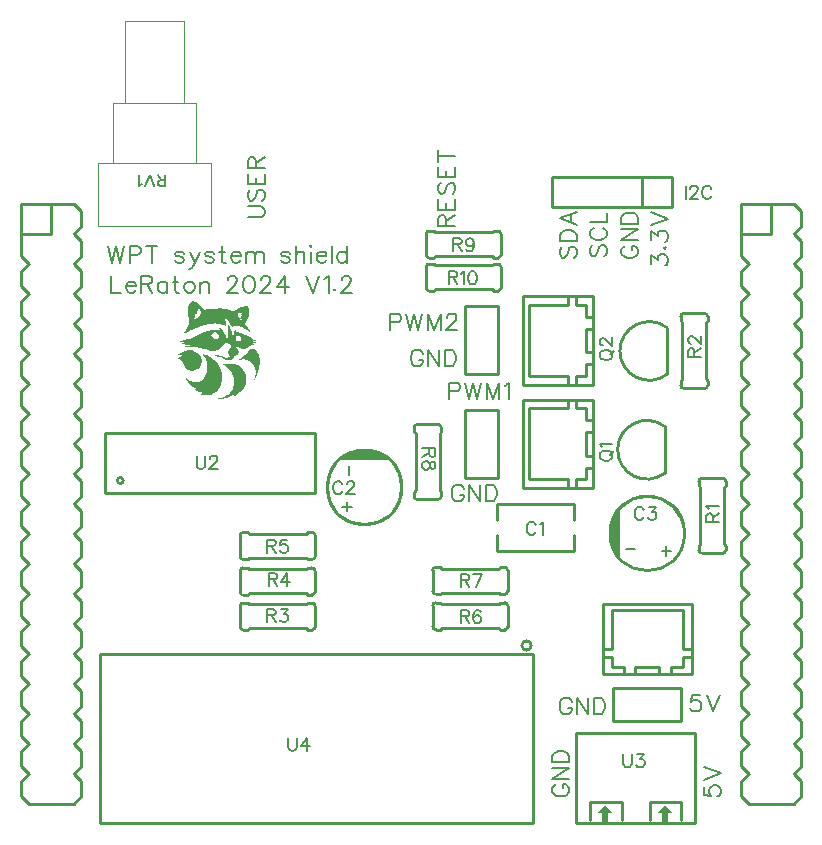
<source format=gto>
G04 Layer: TopSilkscreenLayer*
G04 EasyEDA v6.5.42, 2024-06-07 11:44:59*
G04 8452c85e2a7e40808aef99803c7b0139,2402692d15bd446891542ced5281a4ad,10*
G04 Gerber Generator version 0.2*
G04 Scale: 100 percent, Rotated: No, Reflected: No *
G04 Dimensions in millimeters *
G04 leading zeros omitted , absolute positions ,4 integer and 5 decimal *
%FSLAX45Y45*%
%MOMM*%

%ADD10C,0.2032*%
%ADD11C,0.1524*%
%ADD12C,0.1501*%
%ADD13C,0.2540*%
%ADD14C,0.1001*%
%ADD15C,0.2286*%
%ADD16C,0.0153*%

%LPD*%
G36*
X-1851609Y1714906D02*
G01*
X-1856790Y1714093D01*
X-1863750Y1711198D01*
X-1873300Y1703984D01*
X-1880565Y1690268D01*
X-1883308Y1682496D01*
X-1886661Y1665122D01*
X-1888489Y1636928D01*
X-1886610Y1603603D01*
X-1880819Y1569567D01*
X-1878520Y1559610D01*
X-1839975Y1559610D01*
X-1834997Y1567840D01*
X-1829663Y1580845D01*
X-1826666Y1593240D01*
X-1827479Y1619046D01*
X-1828800Y1622958D01*
X-1825396Y1622958D01*
X-1820164Y1615592D01*
X-1815592Y1605483D01*
X-1812493Y1606042D01*
X-1810918Y1618183D01*
X-1813915Y1633829D01*
X-1819249Y1647748D01*
X-1820773Y1649374D01*
X-1820773Y1651660D01*
X-1817776Y1651660D01*
X-1812137Y1645107D01*
X-1807311Y1635251D01*
X-1804365Y1634439D01*
X-1803400Y1637030D01*
X-1803400Y1645666D01*
X-1807768Y1658772D01*
X-1814830Y1672894D01*
X-1816303Y1674723D01*
X-1818132Y1679448D01*
X-1816709Y1679448D01*
X-1808835Y1674215D01*
X-1800758Y1667103D01*
X-1793087Y1657146D01*
X-1786077Y1643380D01*
X-1782572Y1632102D01*
X-1782572Y1613662D01*
X-1785823Y1603451D01*
X-1786833Y1601571D01*
X-1467307Y1601571D01*
X-1467307Y1610614D01*
X-1464716Y1617878D01*
X-1461109Y1622552D01*
X-1451254Y1632610D01*
X-1442415Y1638503D01*
X-1429512Y1645412D01*
X-1426260Y1645564D01*
X-1428648Y1642516D01*
X-1440281Y1630375D01*
X-1444701Y1624380D01*
X-1444701Y1620570D01*
X-1442161Y1618488D01*
X-1430985Y1624736D01*
X-1428648Y1624584D01*
X-1430832Y1623720D01*
X-1430832Y1621586D01*
X-1435658Y1616456D01*
X-1440840Y1609496D01*
X-1443990Y1603451D01*
X-1443431Y1597355D01*
X-1439875Y1596847D01*
X-1434744Y1602079D01*
X-1431493Y1602130D01*
X-1432763Y1599082D01*
X-1436166Y1584350D01*
X-1435404Y1556105D01*
X-1437030Y1556105D01*
X-1444396Y1561388D01*
X-1450594Y1569567D01*
X-1458366Y1581708D01*
X-1464462Y1593342D01*
X-1467307Y1601571D01*
X-1786833Y1601571D01*
X-1790141Y1595323D01*
X-1798167Y1584960D01*
X-1811629Y1573733D01*
X-1825548Y1564233D01*
X-1836166Y1557832D01*
X-1838909Y1557832D01*
X-1839975Y1559610D01*
X-1878520Y1559610D01*
X-1876348Y1548942D01*
X-1876348Y1538630D01*
X-1879142Y1526133D01*
X-1888439Y1507032D01*
X-1899615Y1487068D01*
X-1906320Y1475790D01*
X-1925167Y1446225D01*
X-1931924Y1436725D01*
X-1929536Y1434338D01*
X-1889810Y1455318D01*
X-1863750Y1468170D01*
X-1841195Y1478635D01*
X-1824685Y1485595D01*
X-1799488Y1495196D01*
X-1755190Y1510792D01*
X-1737817Y1515973D01*
X-1716125Y1521104D01*
X-1688134Y1525727D01*
X-1661414Y1527556D01*
X-1636217Y1526438D01*
X-1621434Y1524000D01*
X-1609293Y1521104D01*
X-1598879Y1517954D01*
X-1584350Y1512671D01*
X-1568450Y1504950D01*
X-1564132Y1504442D01*
X-1563573Y1513992D01*
X-1566367Y1533956D01*
X-1568958Y1546098D01*
X-1571650Y1556562D01*
X-1576832Y1572158D01*
X-1584401Y1590344D01*
X-1583385Y1591970D01*
X-1581302Y1589125D01*
X-1579524Y1589125D01*
X-1569262Y1577390D01*
X-1553565Y1557426D01*
X-1540611Y1538325D01*
X-1531569Y1523085D01*
X-1519834Y1501089D01*
X-1517040Y1499412D01*
X-1505051Y1505102D01*
X-1494637Y1507388D01*
X-1484071Y1507490D01*
X-1465630Y1504899D01*
X-1457299Y1502867D01*
X-1439062Y1497126D01*
X-1431239Y1494332D01*
X-1405178Y1481531D01*
X-1384350Y1469085D01*
X-1365250Y1456436D01*
X-1361338Y1455267D01*
X-1360220Y1458061D01*
X-1363522Y1464411D01*
X-1370888Y1477111D01*
X-1370888Y1477924D01*
X-1378000Y1489659D01*
X-1384198Y1499209D01*
X-1392072Y1509623D01*
X-1403197Y1522476D01*
X-1402283Y1527098D01*
X-1394663Y1540052D01*
X-1387500Y1554937D01*
X-1379423Y1576527D01*
X-1376832Y1585214D01*
X-1374343Y1594764D01*
X-1370888Y1615592D01*
X-1370939Y1639925D01*
X-1374241Y1659889D01*
X-1377645Y1667865D01*
X-1383334Y1674317D01*
X-1390446Y1677974D01*
X-1404721Y1677873D01*
X-1431239Y1669135D01*
X-1462532Y1655724D01*
X-1482445Y1645361D01*
X-1499666Y1634286D01*
X-1505153Y1633270D01*
X-1529384Y1641144D01*
X-1538071Y1643684D01*
X-1548485Y1646377D01*
X-1557172Y1648155D01*
X-1577136Y1651507D01*
X-1622298Y1654454D01*
X-1650085Y1653539D01*
X-1697024Y1651609D01*
X-1726946Y1648917D01*
X-1735226Y1646224D01*
X-1740966Y1640789D01*
X-1740154Y1631238D01*
X-1738934Y1626412D01*
X-1742236Y1627733D01*
X-1748434Y1634693D01*
X-1765046Y1659026D01*
X-1783181Y1680718D01*
X-1796897Y1692960D01*
X-1803806Y1698243D01*
X-1816862Y1705965D01*
X-1829866Y1711350D01*
X-1838553Y1714195D01*
G37*
G36*
X-1549806Y1523288D02*
G01*
X-1549857Y1447088D01*
X-1551381Y1430629D01*
X-1554073Y1411478D01*
X-1557020Y1405432D01*
X-1558899Y1404162D01*
X-1560068Y1404112D01*
X-1564741Y1414119D01*
X-1569516Y1423670D01*
X-1579575Y1441907D01*
X-1584553Y1449374D01*
X-1584553Y1450035D01*
X-1596440Y1467967D01*
X-1603857Y1477314D01*
X-1616252Y1490319D01*
X-1630375Y1501394D01*
X-1632966Y1501394D01*
X-1633931Y1498904D01*
X-1630375Y1494383D01*
X-1624533Y1486204D01*
X-1619300Y1475435D01*
X-1620926Y1471117D01*
X-1624685Y1469085D01*
X-1635353Y1471930D01*
X-1680362Y1471879D01*
X-1696161Y1469237D01*
X-1710029Y1466392D01*
X-1731721Y1460652D01*
X-1752600Y1453540D01*
X-1772564Y1445666D01*
X-1795119Y1435811D01*
X-1804963Y1430985D01*
X-1690776Y1430985D01*
X-1686153Y1437030D01*
X-1686153Y1439367D01*
X-1676755Y1448409D01*
X-1674317Y1448409D01*
X-1669338Y1453642D01*
X-1659128Y1453642D01*
X-1654454Y1451254D01*
X-1647596Y1449984D01*
X-1640890Y1446580D01*
X-1639976Y1444142D01*
X-1634032Y1440637D01*
X-1634032Y1437335D01*
X-1631442Y1435150D01*
X-1631442Y1432255D01*
X-1626209Y1427226D01*
X-1626209Y1424330D01*
X-1623517Y1422095D01*
X-1623872Y1412240D01*
X-1622704Y1410258D01*
X-1628851Y1403451D01*
X-1633626Y1401572D01*
X-1646986Y1398930D01*
X-1656181Y1398930D01*
X-1669288Y1402130D01*
X-1673555Y1404569D01*
X-1680514Y1409750D01*
X-1684832Y1414830D01*
X-1688541Y1421079D01*
X-1690776Y1430985D01*
X-1804963Y1430985D01*
X-1854758Y1406702D01*
X-1856892Y1406702D01*
X-1858518Y1405178D01*
X-1871573Y1399590D01*
X-1878398Y1397355D01*
X-1485595Y1397355D01*
X-1483360Y1400048D01*
X-1482496Y1419606D01*
X-1478432Y1423924D01*
X-1470660Y1426514D01*
X-1463700Y1424736D01*
X-1460804Y1427632D01*
X-1458823Y1424990D01*
X-1455369Y1424990D01*
X-1453184Y1422349D01*
X-1450136Y1422349D01*
X-1447952Y1419758D01*
X-1445666Y1419758D01*
X-1441246Y1414983D01*
X-1441246Y1413154D01*
X-1439214Y1411122D01*
X-1436928Y1404569D01*
X-1436878Y1396847D01*
X-1440738Y1388922D01*
X-1448917Y1381099D01*
X-1454708Y1378305D01*
X-1461922Y1375257D01*
X-1474673Y1375968D01*
X-1485087Y1381150D01*
X-1485595Y1397355D01*
X-1878398Y1397355D01*
X-1894789Y1391920D01*
X-1917598Y1386078D01*
X-1945386Y1380794D01*
X-1961896Y1379372D01*
X-1961896Y1375968D01*
X-1945386Y1370431D01*
X-1932381Y1367688D01*
X-1905609Y1365808D01*
X-1900529Y1366926D01*
X-1902409Y1363421D01*
X-1912366Y1360373D01*
X-1939289Y1359204D01*
X-1939594Y1358950D01*
X-1938680Y1355598D01*
X-1927148Y1352296D01*
X-1896770Y1346657D01*
X-1872589Y1347216D01*
X-1871929Y1345336D01*
X-1884019Y1339900D01*
X-1899361Y1336497D01*
X-1910232Y1335328D01*
X-1911959Y1332179D01*
X-1908911Y1331264D01*
X-1895500Y1328572D01*
X-1887016Y1328572D01*
X-1877669Y1326743D01*
X-1811629Y1325118D01*
X-1793392Y1322679D01*
X-1782114Y1320596D01*
X-1756105Y1314450D01*
X-1752600Y1313129D01*
X-1742186Y1310081D01*
X-1736089Y1307896D01*
X-1710029Y1299972D01*
X-1699615Y1297432D01*
X-1687423Y1295146D01*
X-1669237Y1295146D01*
X-1657908Y1297533D01*
X-1647494Y1300886D01*
X-1637283Y1306068D01*
X-1627632Y1312265D01*
X-1585823Y1354378D01*
X-1578000Y1359458D01*
X-1571447Y1362405D01*
X-1562303Y1363522D01*
X-1551076Y1360627D01*
X-1543304Y1356868D01*
X-1535480Y1351686D01*
X-1524609Y1340459D01*
X-1524609Y1338326D01*
X-1522018Y1336192D01*
X-1522018Y1329182D01*
X-1534668Y1315923D01*
X-1541830Y1306423D01*
X-1547876Y1294231D01*
X-1549095Y1286865D01*
X-1547926Y1278382D01*
X-1538630Y1264462D01*
X-1534922Y1256030D01*
X-1534871Y1247648D01*
X-1538935Y1243279D01*
X-1545132Y1240129D01*
X-1555699Y1237386D01*
X-1570228Y1237386D01*
X-1581505Y1240637D01*
X-1601470Y1249273D01*
X-1605788Y1250543D01*
X-1611020Y1252880D01*
X-1630984Y1258112D01*
X-1645767Y1260805D01*
X-1666798Y1261059D01*
X-1668983Y1259687D01*
X-1666392Y1258265D01*
X-1649222Y1254912D01*
X-1627632Y1247648D01*
X-1612747Y1240688D01*
X-1594510Y1231442D01*
X-1584960Y1227023D01*
X-1568450Y1221841D01*
X-1551584Y1218946D01*
X-1526794Y1219606D01*
X-1513281Y1226159D01*
X-1504188Y1237183D01*
X-1500987Y1247343D01*
X-1499717Y1249984D01*
X-1493774Y1252880D01*
X-1486814Y1255776D01*
X-1476400Y1261262D01*
X-1468577Y1266748D01*
X-1462176Y1273403D01*
X-1458214Y1282090D01*
X-1458163Y1295146D01*
X-1462430Y1303426D01*
X-1477264Y1319377D01*
X-1482394Y1327251D01*
X-1484884Y1331620D01*
X-1489862Y1341475D01*
X-1489862Y1344218D01*
X-1486814Y1344218D01*
X-1472082Y1332433D01*
X-1462836Y1325880D01*
X-1448358Y1318310D01*
X-1434744Y1313688D01*
X-1420825Y1311910D01*
X-1408684Y1313027D01*
X-1399997Y1315669D01*
X-1393037Y1318514D01*
X-1364691Y1335532D01*
X-1347876Y1343253D01*
X-1337462Y1346657D01*
X-1332687Y1347724D01*
X-1332687Y1351026D01*
X-1338326Y1352194D01*
X-1349146Y1355699D01*
X-1348333Y1356969D01*
X-1336598Y1358036D01*
X-1323441Y1360474D01*
X-1313535Y1365148D01*
X-1311656Y1368755D01*
X-1313992Y1370228D01*
X-1325372Y1370228D01*
X-1335633Y1372920D01*
X-1341475Y1376527D01*
X-1340053Y1377899D01*
X-1323543Y1378712D01*
X-1316278Y1381760D01*
X-1315262Y1384350D01*
X-1317193Y1386636D01*
X-1327048Y1388567D01*
X-1335735Y1392377D01*
X-1350467Y1401267D01*
X-1378254Y1419504D01*
X-1399997Y1432458D01*
X-1420266Y1442313D01*
X-1430375Y1445869D01*
X-1445920Y1450238D01*
X-1460754Y1452880D01*
X-1482496Y1453184D01*
X-1483360Y1475282D01*
X-1487119Y1479042D01*
X-1489811Y1473758D01*
X-1495196Y1453184D01*
X-1502714Y1417828D01*
X-1505356Y1415186D01*
X-1517548Y1452321D01*
X-1529842Y1486204D01*
X-1535226Y1499209D01*
X-1545894Y1520748D01*
G37*
G36*
X-1335735Y1314653D02*
G01*
X-1343507Y1314500D01*
X-1351432Y1312316D01*
X-1360576Y1307744D01*
X-1370736Y1299921D01*
X-1383487Y1288338D01*
X-1409547Y1262989D01*
X-1432102Y1241856D01*
X-1451254Y1226515D01*
X-1463903Y1217879D01*
X-1461109Y1215796D01*
X-1455572Y1217523D01*
X-1442516Y1221028D01*
X-1430375Y1222654D01*
X-1410716Y1223670D01*
X-1396492Y1221638D01*
X-1380032Y1216152D01*
X-1369568Y1210157D01*
X-1356817Y1200759D01*
X-1341221Y1184808D01*
X-1330248Y1168349D01*
X-1324965Y1156868D01*
X-1319682Y1140510D01*
X-1316736Y1124915D01*
X-1316685Y1096264D01*
X-1319784Y1080617D01*
X-1324711Y1063904D01*
X-1329029Y1054557D01*
X-1330096Y1050899D01*
X-1329029Y1048054D01*
X-1327556Y1048054D01*
X-1322425Y1055471D01*
X-1311148Y1078026D01*
X-1305052Y1093622D01*
X-1298651Y1112723D01*
X-1291031Y1139647D01*
X-1284986Y1166571D01*
X-1282750Y1183944D01*
X-1282750Y1229106D01*
X-1284986Y1243888D01*
X-1287627Y1254302D01*
X-1290370Y1263853D01*
X-1296314Y1278382D01*
X-1300784Y1286459D01*
X-1308506Y1298041D01*
X-1319225Y1308354D01*
X-1327048Y1312316D01*
G37*
G36*
X-1892401Y1299768D02*
G01*
X-1906320Y1297178D01*
X-1916734Y1294485D01*
X-1929739Y1290116D01*
X-1940204Y1285849D01*
X-1951685Y1280210D01*
X-1972767Y1267409D01*
X-1982317Y1259941D01*
X-1982317Y1256487D01*
X-1980133Y1256487D01*
X-1963166Y1260805D01*
X-1943303Y1260805D01*
X-1942338Y1259230D01*
X-1947418Y1255623D01*
X-1948738Y1255623D01*
X-1959305Y1247394D01*
X-1966874Y1239520D01*
X-1972868Y1232255D01*
X-1972310Y1228242D01*
X-1961032Y1228191D01*
X-1954072Y1226718D01*
X-1946656Y1222451D01*
X-1938782Y1213510D01*
X-1931060Y1197559D01*
X-1931060Y1195730D01*
X-1923948Y1179626D01*
X-1917395Y1166571D01*
X-1914143Y1161237D01*
X-1906371Y1151839D01*
X-1894941Y1141628D01*
X-1887677Y1137716D01*
X-1885442Y1135989D01*
X-1873554Y1131265D01*
X-1861159Y1127963D01*
X-1843786Y1127963D01*
X-1830730Y1131214D01*
X-1814575Y1138428D01*
X-1805787Y1144473D01*
X-1795068Y1154430D01*
X-1787956Y1163116D01*
X-1780082Y1177036D01*
X-1774952Y1190904D01*
X-1772107Y1203909D01*
X-1772107Y1220520D01*
X-1775714Y1236878D01*
X-1780032Y1247698D01*
X-1785416Y1257757D01*
X-1793138Y1267866D01*
X-1808632Y1281379D01*
X-1825548Y1290218D01*
X-1837689Y1294485D01*
X-1855063Y1299210D01*
G37*
G36*
X-1763369Y1267764D02*
G01*
X-1764995Y1264869D01*
X-1758035Y1257757D01*
X-1748637Y1245209D01*
X-1739544Y1227378D01*
X-1731010Y1200454D01*
X-1728724Y1189177D01*
X-1726133Y1158798D01*
X-1726082Y1142288D01*
X-1727911Y1127506D01*
X-1730603Y1112723D01*
X-1734007Y1101445D01*
X-1735632Y1098448D01*
X-1735632Y1096518D01*
X-1744116Y1079550D01*
X-1752142Y1067409D01*
X-1762912Y1055624D01*
X-1778101Y1043889D01*
X-1796135Y1035202D01*
X-1810766Y1031697D01*
X-1827275Y1029868D01*
X-1849882Y1032306D01*
X-1863445Y1036777D01*
X-1875028Y1043025D01*
X-1883714Y1049274D01*
X-1895652Y1060653D01*
X-1906422Y1073658D01*
X-1913839Y1085240D01*
X-1917141Y1086104D01*
X-1917141Y1081989D01*
X-1906422Y1062380D01*
X-1903272Y1057148D01*
X-1902104Y1054557D01*
X-1889252Y1034796D01*
X-1873961Y1014628D01*
X-1856333Y996899D01*
X-1845767Y988974D01*
X-1831593Y981354D01*
X-1819452Y977036D01*
X-1811223Y975868D01*
X-1808480Y973124D01*
X-1810410Y971905D01*
X-1828292Y972718D01*
X-1832152Y970635D01*
X-1831593Y967130D01*
X-1811629Y956665D01*
X-1795119Y950010D01*
X-1782114Y946556D01*
X-1769973Y944676D01*
X-1759254Y942543D01*
X-1758086Y941374D01*
X-1762150Y938682D01*
X-1780997Y932230D01*
X-1782318Y928624D01*
X-1777542Y925576D01*
X-1764690Y922172D01*
X-1749298Y919530D01*
X-1726742Y919530D01*
X-1709166Y922274D01*
X-1697024Y925474D01*
X-1684832Y929944D01*
X-1669237Y937869D01*
X-1652219Y949248D01*
X-1634439Y966825D01*
X-1626463Y977239D01*
X-1621485Y985062D01*
X-1616862Y994613D01*
X-1612493Y1005027D01*
X-1605432Y1025906D01*
X-1601012Y1043279D01*
X-1597558Y1066393D01*
X-1597558Y1090168D01*
X-1601012Y1112723D01*
X-1605432Y1129233D01*
X-1608226Y1137056D01*
X-1613611Y1150975D01*
X-1623466Y1170432D01*
X-1634794Y1187450D01*
X-1637944Y1190904D01*
X-1644650Y1199591D01*
X-1667967Y1222451D01*
X-1687423Y1237081D01*
X-1702206Y1245920D01*
X-1714347Y1252270D01*
X-1729993Y1258925D01*
X-1746453Y1264361D01*
X-1759051Y1267764D01*
G37*
G36*
X-1530248Y1188364D02*
G01*
X-1545031Y1187958D01*
X-1572818Y1186027D01*
X-1600555Y1186586D01*
X-1601114Y1183741D01*
X-1596237Y1181862D01*
X-1584096Y1175207D01*
X-1569313Y1165402D01*
X-1562354Y1160526D01*
X-1549196Y1149756D01*
X-1530908Y1130554D01*
X-1519631Y1113586D01*
X-1514246Y1104036D01*
X-1506677Y1086713D01*
X-1502054Y1071930D01*
X-1499158Y1057148D01*
X-1498396Y1028496D01*
X-1501292Y1010259D01*
X-1503934Y998118D01*
X-1509166Y982471D01*
X-1511757Y976376D01*
X-1518005Y963371D01*
X-1524812Y952093D01*
X-1535684Y938174D01*
X-1548587Y925931D01*
X-1559763Y917956D01*
X-1572818Y910945D01*
X-1587550Y904544D01*
X-1606702Y899566D01*
X-1625803Y897077D01*
X-1637944Y895959D01*
X-1641093Y895045D01*
X-1639214Y892759D01*
X-1627530Y890473D01*
X-1596237Y890574D01*
X-1579778Y893470D01*
X-1566722Y896264D01*
X-1543304Y903630D01*
X-1525066Y912621D01*
X-1521561Y914704D01*
X-1505204Y926795D01*
X-1491691Y940358D01*
X-1490726Y940358D01*
X-1490726Y936802D01*
X-1496263Y926896D01*
X-1500530Y918667D01*
X-1498346Y916025D01*
X-1494586Y916025D01*
X-1481632Y924966D01*
X-1472082Y932332D01*
X-1457807Y946861D01*
X-1451152Y955802D01*
X-1446072Y963777D01*
X-1443837Y963777D01*
X-1443837Y960932D01*
X-1449171Y949706D01*
X-1448257Y947318D01*
X-1445615Y947318D01*
X-1433830Y957427D01*
X-1421841Y970330D01*
X-1412748Y984199D01*
X-1406550Y997254D01*
X-1399743Y1018946D01*
X-1396542Y1036319D01*
X-1396593Y1074521D01*
X-1399743Y1087577D01*
X-1405026Y1104950D01*
X-1415389Y1126642D01*
X-1420368Y1134110D01*
X-1420368Y1135024D01*
X-1432966Y1150924D01*
X-1445768Y1163523D01*
X-1462532Y1174496D01*
X-1472133Y1179068D01*
X-1482496Y1182522D01*
X-1492046Y1185113D01*
X-1508556Y1187704D01*
G37*
D10*
X1228852Y-2374137D02*
G01*
X1215389Y-2380995D01*
X1201673Y-2394712D01*
X1194815Y-2408428D01*
X1194815Y-2435605D01*
X1201673Y-2449321D01*
X1215389Y-2462784D01*
X1228852Y-2469642D01*
X1249426Y-2476500D01*
X1283462Y-2476500D01*
X1304036Y-2469642D01*
X1317497Y-2462784D01*
X1331213Y-2449321D01*
X1338071Y-2435605D01*
X1338071Y-2408428D01*
X1331213Y-2394712D01*
X1317497Y-2380995D01*
X1304036Y-2374137D01*
X1283462Y-2374137D01*
X1283462Y-2408428D02*
G01*
X1283462Y-2374137D01*
X1194815Y-2329179D02*
G01*
X1338071Y-2329179D01*
X1194815Y-2329179D02*
G01*
X1338071Y-2233676D01*
X1194815Y-2233676D02*
G01*
X1338071Y-2233676D01*
X1194815Y-2188718D02*
G01*
X1338071Y-2188718D01*
X1194815Y-2188718D02*
G01*
X1194815Y-2140965D01*
X1201673Y-2120645D01*
X1215389Y-2106929D01*
X1228852Y-2100071D01*
X1249426Y-2093213D01*
X1283462Y-2093213D01*
X1304036Y-2100071D01*
X1317497Y-2106929D01*
X1331213Y-2120645D01*
X1338071Y-2140965D01*
X1338071Y-2188718D01*
X2477515Y-2394712D02*
G01*
X2477515Y-2462784D01*
X2538984Y-2469642D01*
X2532125Y-2462784D01*
X2525268Y-2442463D01*
X2525268Y-2421889D01*
X2532125Y-2401570D01*
X2545841Y-2387854D01*
X2566161Y-2380995D01*
X2579877Y-2380995D01*
X2600197Y-2387854D01*
X2613913Y-2401570D01*
X2620772Y-2421889D01*
X2620772Y-2442463D01*
X2613913Y-2462784D01*
X2607056Y-2469642D01*
X2593340Y-2476500D01*
X2477515Y-2336037D02*
G01*
X2620772Y-2281428D01*
X2477515Y-2227071D02*
G01*
X2620772Y-2281428D01*
X-180898Y1611287D02*
G01*
X-180898Y1468031D01*
X-180898Y1611287D02*
G01*
X-119430Y1611287D01*
X-99110Y1604429D01*
X-92252Y1597571D01*
X-85394Y1584109D01*
X-85394Y1563535D01*
X-92252Y1549819D01*
X-99110Y1542961D01*
X-119430Y1536357D01*
X-180898Y1536357D01*
X-40436Y1611287D02*
G01*
X-6400Y1468031D01*
X27635Y1611287D02*
G01*
X-6400Y1468031D01*
X27635Y1611287D02*
G01*
X61925Y1468031D01*
X95961Y1611287D02*
G01*
X61925Y1468031D01*
X140919Y1611287D02*
G01*
X140919Y1468031D01*
X140919Y1611287D02*
G01*
X195529Y1468031D01*
X249885Y1611287D02*
G01*
X195529Y1468031D01*
X249885Y1611287D02*
G01*
X249885Y1468031D01*
X301701Y1577251D02*
G01*
X301701Y1584109D01*
X308559Y1597571D01*
X315417Y1604429D01*
X329133Y1611287D01*
X356311Y1611287D01*
X370027Y1604429D01*
X376885Y1597571D01*
X383743Y1584109D01*
X383743Y1570393D01*
X376885Y1556677D01*
X363169Y1536357D01*
X295097Y1468031D01*
X390347Y1468031D01*
X317500Y1027684D02*
G01*
X317500Y884428D01*
X317500Y1027684D02*
G01*
X378968Y1027684D01*
X399287Y1020826D01*
X406145Y1013968D01*
X413004Y1000505D01*
X413004Y979931D01*
X406145Y966215D01*
X399287Y959357D01*
X378968Y952754D01*
X317500Y952754D01*
X457962Y1027684D02*
G01*
X491997Y884428D01*
X526034Y1027684D02*
G01*
X491997Y884428D01*
X526034Y1027684D02*
G01*
X560323Y884428D01*
X594360Y1027684D02*
G01*
X560323Y884428D01*
X639318Y1027684D02*
G01*
X639318Y884428D01*
X639318Y1027684D02*
G01*
X693928Y884428D01*
X748284Y1027684D02*
G01*
X693928Y884428D01*
X748284Y1027684D02*
G01*
X748284Y884428D01*
X793495Y1000505D02*
G01*
X806957Y1007110D01*
X827531Y1027684D01*
X827531Y884428D01*
X445262Y130047D02*
G01*
X438404Y143510D01*
X424687Y157226D01*
X410971Y164084D01*
X383794Y164084D01*
X370078Y157226D01*
X356615Y143510D01*
X349757Y130047D01*
X342900Y109473D01*
X342900Y75437D01*
X349757Y54863D01*
X356615Y41402D01*
X370078Y27686D01*
X383794Y20828D01*
X410971Y20828D01*
X424687Y27686D01*
X438404Y41402D01*
X445262Y54863D01*
X445262Y75437D01*
X410971Y75437D02*
G01*
X445262Y75437D01*
X490220Y164084D02*
G01*
X490220Y20828D01*
X490220Y164084D02*
G01*
X585723Y20828D01*
X585723Y164084D02*
G01*
X585723Y20828D01*
X630681Y164084D02*
G01*
X630681Y20828D01*
X630681Y164084D02*
G01*
X678434Y164084D01*
X698754Y157226D01*
X712470Y143510D01*
X719328Y130047D01*
X726186Y109473D01*
X726186Y75437D01*
X719328Y54863D01*
X712470Y41402D01*
X698754Y27686D01*
X678434Y20828D01*
X630681Y20828D01*
X99263Y1272451D02*
G01*
X92405Y1285913D01*
X78689Y1299629D01*
X64973Y1306487D01*
X37795Y1306487D01*
X24079Y1299629D01*
X10617Y1285913D01*
X3759Y1272451D01*
X-3098Y1251877D01*
X-3098Y1217841D01*
X3759Y1197267D01*
X10617Y1183805D01*
X24079Y1170089D01*
X37795Y1163231D01*
X64973Y1163231D01*
X78689Y1170089D01*
X92405Y1183805D01*
X99263Y1197267D01*
X99263Y1217841D01*
X64973Y1217841D02*
G01*
X99263Y1217841D01*
X144221Y1306487D02*
G01*
X144221Y1163231D01*
X144221Y1306487D02*
G01*
X239725Y1163231D01*
X239725Y1306487D02*
G01*
X239725Y1163231D01*
X284683Y1306487D02*
G01*
X284683Y1163231D01*
X284683Y1306487D02*
G01*
X332435Y1306487D01*
X352755Y1299629D01*
X366471Y1285913D01*
X373329Y1272451D01*
X380187Y1251877D01*
X380187Y1217841D01*
X373329Y1197267D01*
X366471Y1183805D01*
X352755Y1170089D01*
X332435Y1163231D01*
X284683Y1163231D01*
X2443988Y-1613915D02*
G01*
X2375915Y-1613915D01*
X2369058Y-1675384D01*
X2375915Y-1668526D01*
X2396236Y-1661668D01*
X2416809Y-1661668D01*
X2437129Y-1668526D01*
X2450845Y-1682242D01*
X2457704Y-1702562D01*
X2457704Y-1716278D01*
X2450845Y-1736597D01*
X2437129Y-1750313D01*
X2416809Y-1757171D01*
X2396236Y-1757171D01*
X2375915Y-1750313D01*
X2369058Y-1743455D01*
X2362200Y-1729739D01*
X2502661Y-1613915D02*
G01*
X2557272Y-1757171D01*
X2611627Y-1613915D02*
G01*
X2557272Y-1757171D01*
X1359662Y-1673352D02*
G01*
X1352804Y-1659889D01*
X1339087Y-1646173D01*
X1325371Y-1639315D01*
X1298194Y-1639315D01*
X1284478Y-1646173D01*
X1271015Y-1659889D01*
X1264157Y-1673352D01*
X1257300Y-1693926D01*
X1257300Y-1727962D01*
X1264157Y-1748536D01*
X1271015Y-1761997D01*
X1284478Y-1775713D01*
X1298194Y-1782571D01*
X1325371Y-1782571D01*
X1339087Y-1775713D01*
X1352804Y-1761997D01*
X1359662Y-1748536D01*
X1359662Y-1727962D01*
X1325371Y-1727962D02*
G01*
X1359662Y-1727962D01*
X1404620Y-1639315D02*
G01*
X1404620Y-1782571D01*
X1404620Y-1639315D02*
G01*
X1500123Y-1782571D01*
X1500123Y-1639315D02*
G01*
X1500123Y-1782571D01*
X1545081Y-1639315D02*
G01*
X1545081Y-1782571D01*
X1545081Y-1639315D02*
G01*
X1592834Y-1639315D01*
X1613154Y-1646173D01*
X1626870Y-1659889D01*
X1633728Y-1673352D01*
X1640586Y-1693926D01*
X1640586Y-1727962D01*
X1633728Y-1748536D01*
X1626870Y-1761997D01*
X1613154Y-1775713D01*
X1592834Y-1782571D01*
X1545081Y-1782571D01*
X1278889Y2178304D02*
G01*
X1265173Y2164587D01*
X1258315Y2144268D01*
X1258315Y2116836D01*
X1265173Y2096515D01*
X1278889Y2082800D01*
X1292352Y2082800D01*
X1306068Y2089657D01*
X1312926Y2096515D01*
X1319784Y2109978D01*
X1333245Y2150871D01*
X1340104Y2164587D01*
X1346962Y2171445D01*
X1360678Y2178304D01*
X1380997Y2178304D01*
X1394713Y2164587D01*
X1401571Y2144268D01*
X1401571Y2116836D01*
X1394713Y2096515D01*
X1380997Y2082800D01*
X1258315Y2223262D02*
G01*
X1401571Y2223262D01*
X1258315Y2223262D02*
G01*
X1258315Y2271013D01*
X1265173Y2291334D01*
X1278889Y2305050D01*
X1292352Y2311907D01*
X1312926Y2318765D01*
X1346962Y2318765D01*
X1367536Y2311907D01*
X1380997Y2305050D01*
X1394713Y2291334D01*
X1401571Y2271013D01*
X1401571Y2223262D01*
X1258315Y2418334D02*
G01*
X1401571Y2363723D01*
X1258315Y2418334D02*
G01*
X1401571Y2472689D01*
X1353820Y2384044D02*
G01*
X1353820Y2452370D01*
X1532889Y2191004D02*
G01*
X1519173Y2177287D01*
X1512315Y2156968D01*
X1512315Y2129536D01*
X1519173Y2109215D01*
X1532889Y2095500D01*
X1546352Y2095500D01*
X1560068Y2102357D01*
X1566926Y2109215D01*
X1573784Y2122678D01*
X1587245Y2163571D01*
X1594104Y2177287D01*
X1600962Y2184145D01*
X1614678Y2191004D01*
X1634997Y2191004D01*
X1648713Y2177287D01*
X1655571Y2156968D01*
X1655571Y2129536D01*
X1648713Y2109215D01*
X1634997Y2095500D01*
X1546352Y2338323D02*
G01*
X1532889Y2331465D01*
X1519173Y2317750D01*
X1512315Y2304034D01*
X1512315Y2276855D01*
X1519173Y2263139D01*
X1532889Y2249678D01*
X1546352Y2242820D01*
X1566926Y2235962D01*
X1600962Y2235962D01*
X1621536Y2242820D01*
X1634997Y2249678D01*
X1648713Y2263139D01*
X1655571Y2276855D01*
X1655571Y2304034D01*
X1648713Y2317750D01*
X1634997Y2331465D01*
X1621536Y2338323D01*
X1512315Y2383281D02*
G01*
X1655571Y2383281D01*
X1655571Y2383281D02*
G01*
X1655571Y2465070D01*
X1813052Y2185162D02*
G01*
X1799589Y2178304D01*
X1785873Y2164587D01*
X1779015Y2150871D01*
X1779015Y2123694D01*
X1785873Y2109978D01*
X1799589Y2096515D01*
X1813052Y2089657D01*
X1833626Y2082800D01*
X1867662Y2082800D01*
X1888236Y2089657D01*
X1901697Y2096515D01*
X1915413Y2109978D01*
X1922271Y2123694D01*
X1922271Y2150871D01*
X1915413Y2164587D01*
X1901697Y2178304D01*
X1888236Y2185162D01*
X1867662Y2185162D01*
X1867662Y2150871D02*
G01*
X1867662Y2185162D01*
X1779015Y2230120D02*
G01*
X1922271Y2230120D01*
X1779015Y2230120D02*
G01*
X1922271Y2325623D01*
X1779015Y2325623D02*
G01*
X1922271Y2325623D01*
X1779015Y2370581D02*
G01*
X1922271Y2370581D01*
X1779015Y2370581D02*
G01*
X1779015Y2418334D01*
X1785873Y2438654D01*
X1799589Y2452370D01*
X1813052Y2459228D01*
X1833626Y2466086D01*
X1867662Y2466086D01*
X1888236Y2459228D01*
X1901697Y2452370D01*
X1915413Y2438654D01*
X1922271Y2418334D01*
X1922271Y2370581D01*
X2033015Y2033015D02*
G01*
X2033015Y2107945D01*
X2087625Y2067052D01*
X2087625Y2087371D01*
X2094484Y2101087D01*
X2101341Y2107945D01*
X2121661Y2114804D01*
X2135377Y2114804D01*
X2155697Y2107945D01*
X2169413Y2094229D01*
X2176272Y2073910D01*
X2176272Y2053336D01*
X2169413Y2033015D01*
X2162556Y2026157D01*
X2148840Y2019300D01*
X2142236Y2166620D02*
G01*
X2148840Y2159762D01*
X2155697Y2166620D01*
X2148840Y2173478D01*
X2142236Y2166620D01*
X2033015Y2232152D02*
G01*
X2033015Y2307081D01*
X2087625Y2266187D01*
X2087625Y2286507D01*
X2094484Y2300223D01*
X2101341Y2307081D01*
X2121661Y2313939D01*
X2135377Y2313939D01*
X2155697Y2307081D01*
X2169413Y2293365D01*
X2176272Y2273045D01*
X2176272Y2252471D01*
X2169413Y2232152D01*
X2162556Y2225294D01*
X2148840Y2218436D01*
X2033015Y2358897D02*
G01*
X2176272Y2413507D01*
X2033015Y2467863D02*
G01*
X2176272Y2413507D01*
X-2540000Y1929384D02*
G01*
X-2540000Y1786128D01*
X-2540000Y1786128D02*
G01*
X-2458212Y1786128D01*
X-2413254Y1840737D02*
G01*
X-2331465Y1840737D01*
X-2331465Y1854454D01*
X-2338070Y1867915D01*
X-2344928Y1874773D01*
X-2358644Y1881631D01*
X-2379218Y1881631D01*
X-2392679Y1874773D01*
X-2406395Y1861057D01*
X-2413254Y1840737D01*
X-2413254Y1827021D01*
X-2406395Y1806702D01*
X-2392679Y1792986D01*
X-2379218Y1786128D01*
X-2358644Y1786128D01*
X-2344928Y1792986D01*
X-2331465Y1806702D01*
X-2286254Y1929384D02*
G01*
X-2286254Y1786128D01*
X-2286254Y1929384D02*
G01*
X-2225039Y1929384D01*
X-2204465Y1922526D01*
X-2197607Y1915668D01*
X-2191004Y1902205D01*
X-2191004Y1888489D01*
X-2197607Y1874773D01*
X-2204465Y1867915D01*
X-2225039Y1861057D01*
X-2286254Y1861057D01*
X-2238755Y1861057D02*
G01*
X-2191004Y1786128D01*
X-2064004Y1881631D02*
G01*
X-2064004Y1786128D01*
X-2064004Y1861057D02*
G01*
X-2077720Y1874773D01*
X-2091436Y1881631D01*
X-2111755Y1881631D01*
X-2125471Y1874773D01*
X-2139187Y1861057D01*
X-2145792Y1840737D01*
X-2145792Y1827021D01*
X-2139187Y1806702D01*
X-2125471Y1792986D01*
X-2111755Y1786128D01*
X-2091436Y1786128D01*
X-2077720Y1792986D01*
X-2064004Y1806702D01*
X-1998726Y1929384D02*
G01*
X-1998726Y1813560D01*
X-1991868Y1792986D01*
X-1978152Y1786128D01*
X-1964436Y1786128D01*
X-2019045Y1881631D02*
G01*
X-1971294Y1881631D01*
X-1885442Y1881631D02*
G01*
X-1899157Y1874773D01*
X-1912620Y1861057D01*
X-1919478Y1840737D01*
X-1919478Y1827021D01*
X-1912620Y1806702D01*
X-1899157Y1792986D01*
X-1885442Y1786128D01*
X-1865121Y1786128D01*
X-1851405Y1792986D01*
X-1837689Y1806702D01*
X-1830831Y1827021D01*
X-1830831Y1840737D01*
X-1837689Y1861057D01*
X-1851405Y1874773D01*
X-1865121Y1881631D01*
X-1885442Y1881631D01*
X-1785873Y1881631D02*
G01*
X-1785873Y1786128D01*
X-1785873Y1854454D02*
G01*
X-1765554Y1874773D01*
X-1751837Y1881631D01*
X-1731263Y1881631D01*
X-1717802Y1874773D01*
X-1710944Y1854454D01*
X-1710944Y1786128D01*
X-1553971Y1895347D02*
G01*
X-1553971Y1902205D01*
X-1547368Y1915668D01*
X-1540510Y1922526D01*
X-1526794Y1929384D01*
X-1499615Y1929384D01*
X-1485900Y1922526D01*
X-1479042Y1915668D01*
X-1472184Y1902205D01*
X-1472184Y1888489D01*
X-1479042Y1874773D01*
X-1492757Y1854454D01*
X-1560829Y1786128D01*
X-1465579Y1786128D01*
X-1379473Y1929384D02*
G01*
X-1400047Y1922526D01*
X-1413763Y1902205D01*
X-1420368Y1867915D01*
X-1420368Y1847595D01*
X-1413763Y1813560D01*
X-1400047Y1792986D01*
X-1379473Y1786128D01*
X-1366012Y1786128D01*
X-1345437Y1792986D01*
X-1331721Y1813560D01*
X-1325118Y1847595D01*
X-1325118Y1867915D01*
X-1331721Y1902205D01*
X-1345437Y1922526D01*
X-1366012Y1929384D01*
X-1379473Y1929384D01*
X-1273302Y1895347D02*
G01*
X-1273302Y1902205D01*
X-1266444Y1915668D01*
X-1259586Y1922526D01*
X-1245870Y1929384D01*
X-1218692Y1929384D01*
X-1204976Y1922526D01*
X-1198118Y1915668D01*
X-1191260Y1902205D01*
X-1191260Y1888489D01*
X-1198118Y1874773D01*
X-1211834Y1854454D01*
X-1279905Y1786128D01*
X-1184655Y1786128D01*
X-1071371Y1929384D02*
G01*
X-1139444Y1833879D01*
X-1037336Y1833879D01*
X-1071371Y1929384D02*
G01*
X-1071371Y1786128D01*
X-887221Y1929384D02*
G01*
X-832612Y1786128D01*
X-778255Y1929384D02*
G01*
X-832612Y1786128D01*
X-733297Y1902205D02*
G01*
X-719581Y1908810D01*
X-699007Y1929384D01*
X-699007Y1786128D01*
X-647192Y1820163D02*
G01*
X-654050Y1813560D01*
X-647192Y1806702D01*
X-640334Y1813560D01*
X-647192Y1820163D01*
X-588518Y1895347D02*
G01*
X-588518Y1902205D01*
X-581913Y1915668D01*
X-575055Y1922526D01*
X-561339Y1929384D01*
X-534162Y1929384D01*
X-520445Y1922526D01*
X-513587Y1915668D01*
X-506729Y1902205D01*
X-506729Y1888489D01*
X-513587Y1874773D01*
X-527304Y1854454D01*
X-595376Y1786128D01*
X-500126Y1786128D01*
X-2565400Y2183384D02*
G01*
X-2531363Y2040128D01*
X-2497328Y2183384D02*
G01*
X-2531363Y2040128D01*
X-2497328Y2183384D02*
G01*
X-2463037Y2040128D01*
X-2429002Y2183384D02*
G01*
X-2463037Y2040128D01*
X-2384044Y2183384D02*
G01*
X-2384044Y2040128D01*
X-2384044Y2183384D02*
G01*
X-2322576Y2183384D01*
X-2302255Y2176526D01*
X-2295397Y2169668D01*
X-2288539Y2156205D01*
X-2288539Y2135631D01*
X-2295397Y2121915D01*
X-2302255Y2115057D01*
X-2322576Y2108454D01*
X-2384044Y2108454D01*
X-2195829Y2183384D02*
G01*
X-2195829Y2040128D01*
X-2243581Y2183384D02*
G01*
X-2148078Y2183384D01*
X-1923034Y2115057D02*
G01*
X-1929892Y2128773D01*
X-1950465Y2135631D01*
X-1970786Y2135631D01*
X-1991360Y2128773D01*
X-1998218Y2115057D01*
X-1991360Y2101595D01*
X-1977644Y2094737D01*
X-1943607Y2087879D01*
X-1929892Y2081021D01*
X-1923034Y2067560D01*
X-1923034Y2060702D01*
X-1929892Y2046986D01*
X-1950465Y2040128D01*
X-1970786Y2040128D01*
X-1991360Y2046986D01*
X-1998218Y2060702D01*
X-1871218Y2135631D02*
G01*
X-1830323Y2040128D01*
X-1789429Y2135631D02*
G01*
X-1830323Y2040128D01*
X-1844039Y2012950D01*
X-1857755Y1999234D01*
X-1871218Y1992376D01*
X-1878076Y1992376D01*
X-1669542Y2115057D02*
G01*
X-1676400Y2128773D01*
X-1696720Y2135631D01*
X-1717294Y2135631D01*
X-1737613Y2128773D01*
X-1744471Y2115057D01*
X-1737613Y2101595D01*
X-1724152Y2094737D01*
X-1689862Y2087879D01*
X-1676400Y2081021D01*
X-1669542Y2067560D01*
X-1669542Y2060702D01*
X-1676400Y2046986D01*
X-1696720Y2040128D01*
X-1717294Y2040128D01*
X-1737613Y2046986D01*
X-1744471Y2060702D01*
X-1604010Y2183384D02*
G01*
X-1604010Y2067560D01*
X-1597152Y2046986D01*
X-1583689Y2040128D01*
X-1569973Y2040128D01*
X-1624584Y2135631D02*
G01*
X-1576831Y2135631D01*
X-1525015Y2094737D02*
G01*
X-1443228Y2094737D01*
X-1443228Y2108454D01*
X-1449831Y2121915D01*
X-1456689Y2128773D01*
X-1470405Y2135631D01*
X-1490979Y2135631D01*
X-1504442Y2128773D01*
X-1518157Y2115057D01*
X-1525015Y2094737D01*
X-1525015Y2081021D01*
X-1518157Y2060702D01*
X-1504442Y2046986D01*
X-1490979Y2040128D01*
X-1470405Y2040128D01*
X-1456689Y2046986D01*
X-1443228Y2060702D01*
X-1398015Y2135631D02*
G01*
X-1398015Y2040128D01*
X-1398015Y2108454D02*
G01*
X-1377695Y2128773D01*
X-1363979Y2135631D01*
X-1343660Y2135631D01*
X-1329944Y2128773D01*
X-1323086Y2108454D01*
X-1323086Y2040128D01*
X-1323086Y2108454D02*
G01*
X-1302765Y2128773D01*
X-1289050Y2135631D01*
X-1268476Y2135631D01*
X-1255013Y2128773D01*
X-1248155Y2108454D01*
X-1248155Y2040128D01*
X-1023112Y2115057D02*
G01*
X-1029970Y2128773D01*
X-1050289Y2135631D01*
X-1070863Y2135631D01*
X-1091437Y2128773D01*
X-1098042Y2115057D01*
X-1091437Y2101595D01*
X-1077721Y2094737D01*
X-1043686Y2087879D01*
X-1029970Y2081021D01*
X-1023112Y2067560D01*
X-1023112Y2060702D01*
X-1029970Y2046986D01*
X-1050289Y2040128D01*
X-1070863Y2040128D01*
X-1091437Y2046986D01*
X-1098042Y2060702D01*
X-978154Y2183384D02*
G01*
X-978154Y2040128D01*
X-978154Y2108454D02*
G01*
X-957579Y2128773D01*
X-944118Y2135631D01*
X-923544Y2135631D01*
X-909828Y2128773D01*
X-903223Y2108454D01*
X-903223Y2040128D01*
X-858012Y2183384D02*
G01*
X-851407Y2176526D01*
X-844550Y2183384D01*
X-851407Y2190242D01*
X-858012Y2183384D01*
X-851407Y2135631D02*
G01*
X-851407Y2040128D01*
X-799592Y2094737D02*
G01*
X-717550Y2094737D01*
X-717550Y2108454D01*
X-724407Y2121915D01*
X-731265Y2128773D01*
X-744981Y2135631D01*
X-765302Y2135631D01*
X-779018Y2128773D01*
X-792734Y2115057D01*
X-799592Y2094737D01*
X-799592Y2081021D01*
X-792734Y2060702D01*
X-779018Y2046986D01*
X-765302Y2040128D01*
X-744981Y2040128D01*
X-731265Y2046986D01*
X-717550Y2060702D01*
X-672592Y2183384D02*
G01*
X-672592Y2040128D01*
X-545845Y2183384D02*
G01*
X-545845Y2040128D01*
X-545845Y2115057D02*
G01*
X-559562Y2128773D01*
X-573023Y2135631D01*
X-593597Y2135631D01*
X-607313Y2128773D01*
X-620776Y2115057D01*
X-627634Y2094737D01*
X-627634Y2081021D01*
X-620776Y2060702D01*
X-607313Y2046986D01*
X-593597Y2040128D01*
X-573023Y2040128D01*
X-559562Y2046986D01*
X-545845Y2060702D01*
X-1383284Y2425700D02*
G01*
X-1280921Y2425700D01*
X-1260602Y2432557D01*
X-1246886Y2446273D01*
X-1240028Y2466594D01*
X-1240028Y2480310D01*
X-1246886Y2500629D01*
X-1260602Y2514345D01*
X-1280921Y2521204D01*
X-1383284Y2521204D01*
X-1362710Y2661665D02*
G01*
X-1376426Y2647950D01*
X-1383284Y2627629D01*
X-1383284Y2600197D01*
X-1376426Y2579878D01*
X-1362710Y2566162D01*
X-1349247Y2566162D01*
X-1335531Y2573020D01*
X-1328673Y2579878D01*
X-1321815Y2593339D01*
X-1308354Y2634234D01*
X-1301495Y2647950D01*
X-1294637Y2654807D01*
X-1280921Y2661665D01*
X-1260602Y2661665D01*
X-1246886Y2647950D01*
X-1240028Y2627629D01*
X-1240028Y2600197D01*
X-1246886Y2579878D01*
X-1260602Y2566162D01*
X-1383284Y2706623D02*
G01*
X-1240028Y2706623D01*
X-1383284Y2706623D02*
G01*
X-1383284Y2795270D01*
X-1314957Y2706623D02*
G01*
X-1314957Y2761234D01*
X-1240028Y2706623D02*
G01*
X-1240028Y2795270D01*
X-1383284Y2840228D02*
G01*
X-1240028Y2840228D01*
X-1383284Y2840228D02*
G01*
X-1383284Y2901695D01*
X-1376426Y2922015D01*
X-1369568Y2928873D01*
X-1356105Y2935731D01*
X-1342389Y2935731D01*
X-1328673Y2928873D01*
X-1321815Y2922015D01*
X-1314957Y2901695D01*
X-1314957Y2840228D01*
X-1314957Y2887979D02*
G01*
X-1240028Y2935731D01*
X229615Y2349500D02*
G01*
X372871Y2349500D01*
X229615Y2349500D02*
G01*
X229615Y2410968D01*
X236473Y2431287D01*
X243331Y2438145D01*
X256794Y2445004D01*
X270510Y2445004D01*
X284226Y2438145D01*
X291084Y2431287D01*
X297942Y2410968D01*
X297942Y2349500D01*
X297942Y2397252D02*
G01*
X372871Y2445004D01*
X229615Y2489962D02*
G01*
X372871Y2489962D01*
X229615Y2489962D02*
G01*
X229615Y2578607D01*
X297942Y2489962D02*
G01*
X297942Y2544571D01*
X372871Y2489962D02*
G01*
X372871Y2578607D01*
X250189Y2719070D02*
G01*
X236473Y2705354D01*
X229615Y2685034D01*
X229615Y2657602D01*
X236473Y2637281D01*
X250189Y2623565D01*
X263652Y2623565D01*
X277368Y2630423D01*
X284226Y2637281D01*
X291084Y2650744D01*
X304545Y2691892D01*
X311404Y2705354D01*
X318262Y2712212D01*
X331978Y2719070D01*
X352297Y2719070D01*
X366013Y2705354D01*
X372871Y2685034D01*
X372871Y2657602D01*
X366013Y2637281D01*
X352297Y2623565D01*
X229615Y2764028D02*
G01*
X372871Y2764028D01*
X229615Y2764028D02*
G01*
X229615Y2852673D01*
X297942Y2764028D02*
G01*
X297942Y2818637D01*
X372871Y2764028D02*
G01*
X372871Y2852673D01*
X229615Y2945384D02*
G01*
X372871Y2945384D01*
X229615Y2897631D02*
G01*
X229615Y2993136D01*
D11*
X-582421Y165607D02*
G01*
X-587755Y176021D01*
X-598170Y186436D01*
X-608329Y191515D01*
X-629157Y191515D01*
X-639571Y186436D01*
X-649986Y176021D01*
X-655320Y165607D01*
X-660400Y149860D01*
X-660400Y123952D01*
X-655320Y108457D01*
X-649986Y98044D01*
X-639571Y87629D01*
X-629157Y82550D01*
X-608329Y82550D01*
X-598170Y87629D01*
X-587755Y98044D01*
X-582421Y108457D01*
X-543052Y165607D02*
G01*
X-543052Y170687D01*
X-537718Y181102D01*
X-532637Y186436D01*
X-522223Y191515D01*
X-501395Y191515D01*
X-490981Y186436D01*
X-485902Y181102D01*
X-480568Y170687D01*
X-480568Y160273D01*
X-485902Y149860D01*
X-496315Y134365D01*
X-548131Y82550D01*
X-475487Y82550D01*
D10*
X-529081Y241300D02*
G01*
X-529081Y323087D01*
X-582676Y-22605D02*
G01*
X-500634Y-22605D01*
X-541781Y-63500D02*
G01*
X-541781Y18287D01*
D11*
X355600Y2248915D02*
G01*
X355600Y2139950D01*
X355600Y2248915D02*
G01*
X402336Y2248915D01*
X417829Y2243836D01*
X423163Y2238502D01*
X428244Y2228087D01*
X428244Y2217673D01*
X423163Y2207260D01*
X417829Y2202179D01*
X402336Y2197100D01*
X355600Y2197100D01*
X391921Y2197100D02*
G01*
X428244Y2139950D01*
X530097Y2212594D02*
G01*
X525018Y2197100D01*
X514604Y2186686D01*
X499110Y2181352D01*
X493776Y2181352D01*
X478281Y2186686D01*
X467868Y2197100D01*
X462534Y2212594D01*
X462534Y2217673D01*
X467868Y2233421D01*
X478281Y2243836D01*
X493776Y2248915D01*
X499110Y2248915D01*
X514604Y2243836D01*
X525018Y2233421D01*
X530097Y2212594D01*
X530097Y2186686D01*
X525018Y2160523D01*
X514604Y2145029D01*
X499110Y2139950D01*
X488695Y2139950D01*
X472947Y2145029D01*
X467868Y2155444D01*
X317500Y1969515D02*
G01*
X317500Y1860550D01*
X317500Y1969515D02*
G01*
X364236Y1969515D01*
X379729Y1964436D01*
X385063Y1959102D01*
X390144Y1948687D01*
X390144Y1938273D01*
X385063Y1927860D01*
X379729Y1922779D01*
X364236Y1917700D01*
X317500Y1917700D01*
X353821Y1917700D02*
G01*
X390144Y1860550D01*
X424434Y1948687D02*
G01*
X434847Y1954021D01*
X450595Y1969515D01*
X450595Y1860550D01*
X515873Y1969515D02*
G01*
X500379Y1964436D01*
X489965Y1948687D01*
X484886Y1922779D01*
X484886Y1907286D01*
X489965Y1881123D01*
X500379Y1865629D01*
X515873Y1860550D01*
X526287Y1860550D01*
X542036Y1865629D01*
X552450Y1881123D01*
X557529Y1907286D01*
X557529Y1922779D01*
X552450Y1948687D01*
X542036Y1964436D01*
X526287Y1969515D01*
X515873Y1969515D01*
X2324100Y2693415D02*
G01*
X2324100Y2584450D01*
X2363470Y2667507D02*
G01*
X2363470Y2672587D01*
X2368804Y2683002D01*
X2373884Y2688336D01*
X2384297Y2693415D01*
X2405125Y2693415D01*
X2415540Y2688336D01*
X2420620Y2683002D01*
X2425954Y2672587D01*
X2425954Y2662173D01*
X2420620Y2651760D01*
X2410459Y2636265D01*
X2358390Y2584450D01*
X2431034Y2584450D01*
X2543302Y2667507D02*
G01*
X2538222Y2677921D01*
X2527808Y2688336D01*
X2517393Y2693415D01*
X2496565Y2693415D01*
X2486152Y2688336D01*
X2475738Y2677921D01*
X2470658Y2667507D01*
X2465324Y2651760D01*
X2465324Y2625852D01*
X2470658Y2610357D01*
X2475738Y2599944D01*
X2486152Y2589529D01*
X2496565Y2584450D01*
X2517393Y2584450D01*
X2527808Y2589529D01*
X2538222Y2599944D01*
X2543302Y2610357D01*
D12*
X-2082924Y2693220D02*
G01*
X-2082924Y2788470D01*
X-2082924Y2693220D02*
G01*
X-2123818Y2693220D01*
X-2137280Y2697538D01*
X-2141852Y2702110D01*
X-2146424Y2711254D01*
X-2146424Y2720398D01*
X-2141852Y2729542D01*
X-2137280Y2734114D01*
X-2123818Y2738432D01*
X-2082924Y2738432D01*
X-2114674Y2738432D02*
G01*
X-2146424Y2788470D01*
X-2176396Y2693220D02*
G01*
X-2212718Y2788470D01*
X-2249040Y2693220D02*
G01*
X-2212718Y2788470D01*
X-2279266Y2711254D02*
G01*
X-2288156Y2706682D01*
X-2301872Y2693220D01*
X-2301872Y2788470D01*
D11*
X419100Y-595884D02*
G01*
X419100Y-704850D01*
X419100Y-595884D02*
G01*
X465836Y-595884D01*
X481329Y-600963D01*
X486663Y-606297D01*
X491744Y-616712D01*
X491744Y-627126D01*
X486663Y-637539D01*
X481329Y-642620D01*
X465836Y-647700D01*
X419100Y-647700D01*
X455421Y-647700D02*
G01*
X491744Y-704850D01*
X598931Y-595884D02*
G01*
X546862Y-704850D01*
X526034Y-595884D02*
G01*
X598931Y-595884D01*
X204215Y469900D02*
G01*
X95250Y469900D01*
X204215Y469900D02*
G01*
X204215Y423163D01*
X199136Y407670D01*
X193802Y402336D01*
X183387Y397255D01*
X172973Y397255D01*
X162560Y402336D01*
X157479Y407670D01*
X152400Y423163D01*
X152400Y469900D01*
X152400Y433578D02*
G01*
X95250Y397255D01*
X204215Y336804D02*
G01*
X199136Y352552D01*
X188721Y357631D01*
X178307Y357631D01*
X167894Y352552D01*
X162560Y342137D01*
X157479Y321310D01*
X152400Y305815D01*
X141986Y295402D01*
X131571Y290068D01*
X115823Y290068D01*
X105410Y295402D01*
X100329Y300481D01*
X95250Y316229D01*
X95250Y336804D01*
X100329Y352552D01*
X105410Y357631D01*
X115823Y362965D01*
X131571Y362965D01*
X141986Y357631D01*
X152400Y347218D01*
X157479Y331723D01*
X162560Y310895D01*
X167894Y300481D01*
X178307Y295402D01*
X188721Y295402D01*
X199136Y300481D01*
X204215Y316229D01*
X204215Y336804D01*
X1055865Y-177292D02*
G01*
X1050531Y-166878D01*
X1040117Y-156463D01*
X1029957Y-151384D01*
X1009129Y-151384D01*
X998715Y-156463D01*
X988301Y-166878D01*
X982967Y-177292D01*
X977887Y-193039D01*
X977887Y-218947D01*
X982967Y-234442D01*
X988301Y-244855D01*
X998715Y-255270D01*
X1009129Y-260350D01*
X1029957Y-260350D01*
X1040117Y-255270D01*
X1050531Y-244855D01*
X1055865Y-234442D01*
X1090155Y-172212D02*
G01*
X1100569Y-166878D01*
X1116063Y-151384D01*
X1116063Y-260350D01*
X1970277Y-50292D02*
G01*
X1964943Y-39878D01*
X1954529Y-29463D01*
X1944370Y-24384D01*
X1923542Y-24384D01*
X1913128Y-29463D01*
X1902713Y-39878D01*
X1897379Y-50292D01*
X1892300Y-66039D01*
X1892300Y-91947D01*
X1897379Y-107442D01*
X1902713Y-117855D01*
X1913128Y-128270D01*
X1923542Y-133350D01*
X1944370Y-133350D01*
X1954529Y-128270D01*
X1964943Y-117855D01*
X1970277Y-107442D01*
X2014981Y-24384D02*
G01*
X2072131Y-24384D01*
X2040890Y-66039D01*
X2056384Y-66039D01*
X2066797Y-71120D01*
X2072131Y-76200D01*
X2077211Y-91947D01*
X2077211Y-102362D01*
X2072131Y-117855D01*
X2061718Y-128270D01*
X2045970Y-133350D01*
X2030475Y-133350D01*
X2014981Y-128270D01*
X2009647Y-123189D01*
X2004568Y-112776D01*
D10*
X1898395Y-385381D02*
G01*
X1816607Y-385381D01*
X2162302Y-438975D02*
G01*
X2162302Y-356933D01*
X2203195Y-398081D02*
G01*
X2121408Y-398081D01*
D11*
X1596085Y397238D02*
G01*
X1601165Y386824D01*
X1611579Y376410D01*
X1621993Y371076D01*
X1637741Y365996D01*
X1663649Y365996D01*
X1679143Y371076D01*
X1689557Y376410D01*
X1699971Y386824D01*
X1705051Y397238D01*
X1705051Y418066D01*
X1699971Y428226D01*
X1689557Y438640D01*
X1679143Y443974D01*
X1663649Y449054D01*
X1637741Y449054D01*
X1621993Y443974D01*
X1611579Y438640D01*
X1601165Y428226D01*
X1596085Y418066D01*
X1596085Y397238D01*
X1684477Y412732D02*
G01*
X1715465Y443974D01*
X1616913Y483344D02*
G01*
X1611579Y493758D01*
X1596085Y509506D01*
X1705051Y509506D01*
X1596085Y1249840D02*
G01*
X1601165Y1239426D01*
X1611579Y1229012D01*
X1621993Y1223678D01*
X1637741Y1218598D01*
X1663649Y1218598D01*
X1679143Y1223678D01*
X1689557Y1229012D01*
X1699971Y1239426D01*
X1705051Y1249840D01*
X1705051Y1270668D01*
X1699971Y1280828D01*
X1689557Y1291242D01*
X1679143Y1296576D01*
X1663649Y1301656D01*
X1637741Y1301656D01*
X1621993Y1296576D01*
X1611579Y1291242D01*
X1601165Y1280828D01*
X1596085Y1270668D01*
X1596085Y1249840D01*
X1684477Y1265334D02*
G01*
X1715465Y1296576D01*
X1621993Y1341280D02*
G01*
X1616913Y1341280D01*
X1606499Y1346360D01*
X1601165Y1351694D01*
X1596085Y1362108D01*
X1596085Y1382682D01*
X1601165Y1393096D01*
X1606499Y1398430D01*
X1616913Y1403510D01*
X1627327Y1403510D01*
X1637741Y1398430D01*
X1653235Y1388016D01*
X1705051Y1335946D01*
X1705051Y1408844D01*
X2500884Y-152400D02*
G01*
X2609850Y-152400D01*
X2500884Y-152400D02*
G01*
X2500884Y-105663D01*
X2505963Y-90170D01*
X2511297Y-84836D01*
X2521711Y-79755D01*
X2532125Y-79755D01*
X2542540Y-84836D01*
X2547620Y-90170D01*
X2552700Y-105663D01*
X2552700Y-152400D01*
X2552700Y-116078D02*
G01*
X2609850Y-79755D01*
X2521711Y-45465D02*
G01*
X2516377Y-35052D01*
X2500884Y-19304D01*
X2609850Y-19304D01*
X2345385Y1244003D02*
G01*
X2454351Y1244003D01*
X2345385Y1244003D02*
G01*
X2345385Y1290739D01*
X2350465Y1306233D01*
X2355799Y1311567D01*
X2366213Y1316647D01*
X2376627Y1316647D01*
X2387041Y1311567D01*
X2392121Y1306233D01*
X2397201Y1290739D01*
X2397201Y1244003D01*
X2397201Y1280325D02*
G01*
X2454351Y1316647D01*
X2371293Y1356271D02*
G01*
X2366213Y1356271D01*
X2355799Y1361351D01*
X2350465Y1366685D01*
X2345385Y1377099D01*
X2345385Y1397673D01*
X2350465Y1408087D01*
X2355799Y1413421D01*
X2366213Y1418501D01*
X2376627Y1418501D01*
X2387041Y1413421D01*
X2402535Y1403007D01*
X2454351Y1350937D01*
X2454351Y1423835D01*
X-1219200Y-891082D02*
G01*
X-1219200Y-1000048D01*
X-1219200Y-891082D02*
G01*
X-1172463Y-891082D01*
X-1156970Y-896162D01*
X-1151636Y-901496D01*
X-1146555Y-911910D01*
X-1146555Y-922324D01*
X-1151636Y-932738D01*
X-1156970Y-937818D01*
X-1172463Y-942898D01*
X-1219200Y-942898D01*
X-1182878Y-942898D02*
G01*
X-1146555Y-1000048D01*
X-1101852Y-891082D02*
G01*
X-1044702Y-891082D01*
X-1075689Y-932738D01*
X-1060195Y-932738D01*
X-1049781Y-937818D01*
X-1044702Y-942898D01*
X-1039368Y-958646D01*
X-1039368Y-969060D01*
X-1044702Y-984554D01*
X-1055115Y-994968D01*
X-1070610Y-1000048D01*
X-1086104Y-1000048D01*
X-1101852Y-994968D01*
X-1106931Y-989888D01*
X-1112265Y-979474D01*
X-1206500Y-586282D02*
G01*
X-1206500Y-695248D01*
X-1206500Y-586282D02*
G01*
X-1159763Y-586282D01*
X-1144270Y-591362D01*
X-1138936Y-596696D01*
X-1133855Y-607110D01*
X-1133855Y-617524D01*
X-1138936Y-627938D01*
X-1144270Y-633018D01*
X-1159763Y-638098D01*
X-1206500Y-638098D01*
X-1170178Y-638098D02*
G01*
X-1133855Y-695248D01*
X-1047495Y-586282D02*
G01*
X-1099565Y-658926D01*
X-1021587Y-658926D01*
X-1047495Y-586282D02*
G01*
X-1047495Y-695248D01*
X-1219200Y-303784D02*
G01*
X-1219200Y-412750D01*
X-1219200Y-303784D02*
G01*
X-1172463Y-303784D01*
X-1156970Y-308863D01*
X-1151636Y-314197D01*
X-1146555Y-324612D01*
X-1146555Y-335026D01*
X-1151636Y-345439D01*
X-1156970Y-350520D01*
X-1172463Y-355600D01*
X-1219200Y-355600D01*
X-1182878Y-355600D02*
G01*
X-1146555Y-412750D01*
X-1049781Y-303784D02*
G01*
X-1101852Y-303784D01*
X-1106931Y-350520D01*
X-1101852Y-345439D01*
X-1086104Y-340105D01*
X-1070610Y-340105D01*
X-1055115Y-345439D01*
X-1044702Y-355600D01*
X-1039368Y-371347D01*
X-1039368Y-381762D01*
X-1044702Y-397255D01*
X-1055115Y-407670D01*
X-1070610Y-412750D01*
X-1086104Y-412750D01*
X-1101852Y-407670D01*
X-1106931Y-402589D01*
X-1112265Y-392176D01*
X419100Y-900684D02*
G01*
X419100Y-1009650D01*
X419100Y-900684D02*
G01*
X465836Y-900684D01*
X481329Y-905763D01*
X486663Y-911097D01*
X491744Y-921512D01*
X491744Y-931926D01*
X486663Y-942339D01*
X481329Y-947420D01*
X465836Y-952500D01*
X419100Y-952500D01*
X455421Y-952500D02*
G01*
X491744Y-1009650D01*
X588518Y-916178D02*
G01*
X583184Y-905763D01*
X567689Y-900684D01*
X557276Y-900684D01*
X541781Y-905763D01*
X531368Y-921512D01*
X526034Y-947420D01*
X526034Y-973328D01*
X531368Y-994155D01*
X541781Y-1004570D01*
X557276Y-1009650D01*
X562610Y-1009650D01*
X578104Y-1004570D01*
X588518Y-994155D01*
X593597Y-978662D01*
X593597Y-973328D01*
X588518Y-957834D01*
X578104Y-947420D01*
X562610Y-942339D01*
X557276Y-942339D01*
X541781Y-947420D01*
X531368Y-957834D01*
X526034Y-973328D01*
X1798408Y-2120379D02*
G01*
X1798408Y-2198357D01*
X1803488Y-2213851D01*
X1813902Y-2224265D01*
X1829650Y-2229345D01*
X1840064Y-2229345D01*
X1855558Y-2224265D01*
X1865972Y-2213851D01*
X1871052Y-2198357D01*
X1871052Y-2120379D01*
X1915756Y-2120379D02*
G01*
X1972906Y-2120379D01*
X1941918Y-2162035D01*
X1957412Y-2162035D01*
X1967826Y-2167115D01*
X1972906Y-2172195D01*
X1978240Y-2187943D01*
X1978240Y-2198357D01*
X1972906Y-2213851D01*
X1962492Y-2224265D01*
X1946998Y-2229345D01*
X1931504Y-2229345D01*
X1915756Y-2224265D01*
X1910676Y-2219185D01*
X1905342Y-2208771D01*
X-1038999Y-1980184D02*
G01*
X-1038999Y-2058162D01*
X-1033919Y-2073655D01*
X-1023505Y-2084070D01*
X-1007757Y-2089150D01*
X-997343Y-2089150D01*
X-981849Y-2084070D01*
X-971435Y-2073655D01*
X-966355Y-2058162D01*
X-966355Y-1980184D01*
X-879995Y-1980184D02*
G01*
X-932065Y-2052828D01*
X-854087Y-2052828D01*
X-879995Y-1980184D02*
G01*
X-879995Y-2089150D01*
X-1816100Y407415D02*
G01*
X-1816100Y329437D01*
X-1811020Y313944D01*
X-1800605Y303529D01*
X-1784857Y298450D01*
X-1774444Y298450D01*
X-1758950Y303529D01*
X-1748536Y313944D01*
X-1743455Y329437D01*
X-1743455Y407415D01*
X-1703831Y381507D02*
G01*
X-1703831Y386587D01*
X-1698752Y397002D01*
X-1693418Y402336D01*
X-1683004Y407415D01*
X-1662429Y407415D01*
X-1652015Y402336D01*
X-1646681Y397002D01*
X-1641602Y386587D01*
X-1641602Y376173D01*
X-1646681Y365760D01*
X-1657095Y350265D01*
X-1709165Y298450D01*
X-1636268Y298450D01*
G36*
X-387858Y460552D02*
G01*
X-404317Y460146D01*
X-420776Y458825D01*
X-437134Y456692D01*
X-453339Y453694D01*
X-469392Y449834D01*
X-485190Y445160D01*
X-493014Y442518D01*
X-508406Y436575D01*
X-523443Y429869D01*
X-538175Y422401D01*
X-552450Y414121D01*
X-566267Y405180D01*
X-579628Y395478D01*
X-592429Y385114D01*
X-604672Y374040D01*
X-610666Y368198D01*
X-165100Y368300D01*
X-177038Y379628D01*
X-189585Y390347D01*
X-202692Y400405D01*
X-216255Y409752D01*
X-230327Y418338D01*
X-237540Y422401D01*
X-252221Y429869D01*
X-267309Y436575D01*
X-282702Y442518D01*
X-298399Y447598D01*
X-314299Y451866D01*
X-322326Y453694D01*
X-338582Y456692D01*
X-354939Y458825D01*
X-371348Y460146D01*
G37*
G36*
X1771396Y-21386D02*
G01*
X1760067Y-33375D01*
X1754581Y-39573D01*
X1744218Y-52374D01*
X1734515Y-65735D01*
X1725574Y-79552D01*
X1717293Y-93827D01*
X1709826Y-108508D01*
X1703120Y-123596D01*
X1697177Y-138988D01*
X1692097Y-154686D01*
X1687830Y-170586D01*
X1684426Y-186740D01*
X1683004Y-194868D01*
X1680870Y-211226D01*
X1679549Y-227634D01*
X1679143Y-244144D01*
X1679549Y-260654D01*
X1680870Y-277063D01*
X1683004Y-293420D01*
X1686001Y-309626D01*
X1689862Y-325678D01*
X1694535Y-341477D01*
X1697177Y-349300D01*
X1703120Y-364693D01*
X1709826Y-379780D01*
X1717293Y-394462D01*
X1725574Y-408736D01*
X1734515Y-422554D01*
X1744218Y-435914D01*
X1754581Y-448716D01*
X1765655Y-461009D01*
X1771497Y-467004D01*
G37*
G36*
X1645970Y-2553208D02*
G01*
X1582470Y-2616708D01*
X1620570Y-2616708D01*
X1620570Y-2705608D01*
X1671370Y-2705608D01*
X1671370Y-2616708D01*
X1709470Y-2616708D01*
G37*
G36*
X2145995Y-2553208D02*
G01*
X2082495Y-2616708D01*
X2120595Y-2616708D01*
X2120595Y-2705608D01*
X2171395Y-2705608D01*
X2171395Y-2616708D01*
X2209495Y-2616708D01*
G37*
D13*
X762000Y2286000D02*
G01*
X762000Y2108200D01*
X736600Y2082800D02*
G01*
X698500Y2082800D01*
X685800Y2095500D02*
G01*
X698500Y2082800D01*
X736600Y2311400D02*
G01*
X698500Y2311400D01*
X685800Y2298700D02*
G01*
X698500Y2311400D01*
X203200Y2095500D02*
G01*
X190500Y2082800D01*
X203200Y2095500D02*
G01*
X685800Y2095500D01*
X203200Y2298700D02*
G01*
X190500Y2311400D01*
X203200Y2298700D02*
G01*
X685800Y2298700D01*
X152400Y2082800D02*
G01*
X190500Y2082800D01*
X152400Y2311400D02*
G01*
X190500Y2311400D01*
X127000Y2286000D02*
G01*
X127000Y2108200D01*
X762000Y2006600D02*
G01*
X762000Y1828800D01*
X736600Y1803400D02*
G01*
X698500Y1803400D01*
X685800Y1816100D02*
G01*
X698500Y1803400D01*
X736600Y2032000D02*
G01*
X698500Y2032000D01*
X685800Y2019300D02*
G01*
X698500Y2032000D01*
X203200Y1816100D02*
G01*
X190500Y1803400D01*
X203200Y1816100D02*
G01*
X685800Y1816100D01*
X203200Y2019300D02*
G01*
X190500Y2032000D01*
X203200Y2019300D02*
G01*
X685800Y2019300D01*
X152400Y1803400D02*
G01*
X190500Y1803400D01*
X152400Y2032000D02*
G01*
X190500Y2032000D01*
X127000Y2006600D02*
G01*
X127000Y1828800D01*
X1953447Y2514600D02*
G01*
X1193800Y2514600D01*
X1193800Y2768600D01*
X2209800Y2768600D01*
X2209800Y2514600D01*
X1953447Y2514600D01*
X1953447Y2514600D02*
G01*
X1953447Y2768600D01*
D14*
X-2521701Y2889991D02*
G01*
X-1821700Y2889991D01*
X-1821700Y3389993D01*
X-2521701Y3389993D01*
X-2521701Y2889991D01*
X-2646692Y2350013D02*
G01*
X-1696684Y2350013D01*
X-1696684Y2889991D01*
X-2646692Y2889991D01*
X-2646692Y2350013D01*
X-2421702Y3389993D02*
G01*
X-1921700Y3389993D01*
X-1921700Y4089986D01*
X-2421702Y4089986D01*
X-2421702Y3389993D01*
D13*
X182626Y-738886D02*
G01*
X182626Y-561086D01*
X208026Y-535686D02*
G01*
X246126Y-535686D01*
X258826Y-548386D02*
G01*
X246126Y-535686D01*
X208026Y-764286D02*
G01*
X246126Y-764286D01*
X258826Y-751586D02*
G01*
X246126Y-764286D01*
X741426Y-548386D02*
G01*
X754126Y-535686D01*
X741426Y-548386D02*
G01*
X258826Y-548386D01*
X741426Y-751586D02*
G01*
X754126Y-764286D01*
X741426Y-751586D02*
G01*
X258826Y-751586D01*
X792226Y-535686D02*
G01*
X754126Y-535686D01*
X792226Y-764286D02*
G01*
X754126Y-764286D01*
X817626Y-738886D02*
G01*
X817626Y-561086D01*
X50800Y673100D02*
G01*
X228600Y673100D01*
X254000Y647700D02*
G01*
X254000Y609600D01*
X241300Y596900D02*
G01*
X254000Y609600D01*
X25400Y647700D02*
G01*
X25400Y609600D01*
X38100Y596900D02*
G01*
X25400Y609600D01*
X241300Y114300D02*
G01*
X254000Y101600D01*
X241300Y114300D02*
G01*
X241300Y596900D01*
X38100Y114300D02*
G01*
X25400Y101600D01*
X38100Y114300D02*
G01*
X38100Y596900D01*
X254000Y63500D02*
G01*
X254000Y101600D01*
X25400Y63500D02*
G01*
X25400Y101600D01*
X50800Y38100D02*
G01*
X228600Y38100D01*
X725995Y-2006D02*
G01*
X1376006Y-2006D01*
X1376006Y-402005D02*
G01*
X725995Y-402005D01*
X725995Y-2006D02*
G01*
X725995Y-133964D01*
X725995Y-266034D02*
G01*
X725995Y-402005D01*
X1376006Y-2006D02*
G01*
X1376006Y-136296D01*
X1376006Y-263702D02*
G01*
X1376006Y-402005D01*
X1536898Y407969D02*
G01*
X1476898Y407969D01*
X1476898Y607999D01*
X1536898Y607999D01*
X1396634Y883003D02*
G01*
X1396634Y807999D01*
X1476900Y807999D01*
X1476900Y707997D01*
X1536900Y707997D01*
X1536898Y883000D02*
G01*
X1536898Y132996D01*
X1396631Y132996D02*
G01*
X1396631Y208000D01*
X1476898Y208000D01*
X1476898Y308000D01*
X1536898Y308000D01*
X1326898Y133002D02*
G01*
X1326898Y208000D01*
X996899Y208000D01*
X996899Y807999D01*
X1326898Y807999D01*
X1326898Y882995D01*
X946899Y883000D02*
G01*
X946899Y132996D01*
X946899Y882995D02*
G01*
X1536898Y882995D01*
X946899Y132996D02*
G01*
X1536898Y132996D01*
X1536898Y1284269D02*
G01*
X1476898Y1284269D01*
X1476898Y1484299D01*
X1536898Y1484299D01*
X1396634Y1759303D02*
G01*
X1396634Y1684299D01*
X1476900Y1684299D01*
X1476900Y1584297D01*
X1536900Y1584297D01*
X1536898Y1759300D02*
G01*
X1536898Y1009296D01*
X1396631Y1009296D02*
G01*
X1396631Y1084300D01*
X1476898Y1084300D01*
X1476898Y1184300D01*
X1536898Y1184300D01*
X1326898Y1009302D02*
G01*
X1326898Y1084300D01*
X996899Y1084300D01*
X996899Y1684299D01*
X1326898Y1684299D01*
X1326898Y1759295D01*
X946899Y1759300D02*
G01*
X946899Y1009296D01*
X946899Y1759295D02*
G01*
X1536898Y1759295D01*
X946899Y1009296D02*
G01*
X1536898Y1009296D01*
X1899965Y-1439997D02*
G01*
X1899965Y-1379997D01*
X2099995Y-1379997D01*
X2099995Y-1439997D01*
X2374999Y-1299733D02*
G01*
X2299995Y-1299733D01*
X2299995Y-1379999D01*
X2199993Y-1379999D01*
X2199993Y-1439999D01*
X2374996Y-1439997D02*
G01*
X1624992Y-1439997D01*
X1624992Y-1299730D02*
G01*
X1699996Y-1299730D01*
X1699996Y-1379997D01*
X1799996Y-1379997D01*
X1799996Y-1439997D01*
X1624998Y-1229997D02*
G01*
X1699996Y-1229997D01*
X1699996Y-899998D01*
X2299995Y-899998D01*
X2299995Y-1229997D01*
X2374991Y-1229997D01*
X2374996Y-849998D02*
G01*
X1624992Y-849998D01*
X2374991Y-849998D02*
G01*
X2374991Y-1439997D01*
X1624992Y-849998D02*
G01*
X1624992Y-1439997D01*
X2146884Y655990D02*
G01*
X2146884Y260009D01*
X2166188Y1492793D02*
G01*
X2166188Y1096812D01*
X2638894Y-417499D02*
G01*
X2461094Y-417499D01*
X2435694Y-392099D02*
G01*
X2435694Y-353999D01*
X2448394Y-341299D02*
G01*
X2435694Y-353999D01*
X2664294Y-392099D02*
G01*
X2664294Y-353999D01*
X2651594Y-341299D02*
G01*
X2664294Y-353999D01*
X2448394Y141300D02*
G01*
X2435694Y154000D01*
X2448394Y141300D02*
G01*
X2448394Y-341299D01*
X2651594Y141300D02*
G01*
X2664294Y154000D01*
X2651594Y141300D02*
G01*
X2651594Y-341299D01*
X2435694Y192100D02*
G01*
X2435694Y154000D01*
X2664294Y192100D02*
G01*
X2664294Y154000D01*
X2638894Y217500D02*
G01*
X2461094Y217500D01*
X2486101Y977303D02*
G01*
X2308301Y977303D01*
X2282901Y1002703D02*
G01*
X2282901Y1040803D01*
X2295601Y1053503D02*
G01*
X2282901Y1040803D01*
X2511501Y1002703D02*
G01*
X2511501Y1040803D01*
X2498801Y1053503D02*
G01*
X2511501Y1040803D01*
X2295601Y1536103D02*
G01*
X2282901Y1548803D01*
X2295601Y1536103D02*
G01*
X2295601Y1053503D01*
X2498801Y1536103D02*
G01*
X2511501Y1548803D01*
X2498801Y1536103D02*
G01*
X2498801Y1053503D01*
X2282901Y1586903D02*
G01*
X2282901Y1548803D01*
X2511501Y1586903D02*
G01*
X2511501Y1548803D01*
X2486101Y1612303D02*
G01*
X2308301Y1612303D01*
X-1447800Y-1041400D02*
G01*
X-1447800Y-863600D01*
X-1422400Y-838200D02*
G01*
X-1384300Y-838200D01*
X-1371600Y-850900D02*
G01*
X-1384300Y-838200D01*
X-1422400Y-1066800D02*
G01*
X-1384300Y-1066800D01*
X-1371600Y-1054100D02*
G01*
X-1384300Y-1066800D01*
X-889000Y-850900D02*
G01*
X-876300Y-838200D01*
X-889000Y-850900D02*
G01*
X-1371600Y-850900D01*
X-889000Y-1054100D02*
G01*
X-876300Y-1066800D01*
X-889000Y-1054100D02*
G01*
X-1371600Y-1054100D01*
X-838200Y-838200D02*
G01*
X-876300Y-838200D01*
X-838200Y-1066800D02*
G01*
X-876300Y-1066800D01*
X-812800Y-1041400D02*
G01*
X-812800Y-863600D01*
X-812800Y-566699D02*
G01*
X-812800Y-744499D01*
X-838200Y-769899D02*
G01*
X-876300Y-769899D01*
X-889000Y-757199D02*
G01*
X-876300Y-769899D01*
X-838200Y-541299D02*
G01*
X-876300Y-541299D01*
X-889000Y-553999D02*
G01*
X-876300Y-541299D01*
X-1371600Y-757199D02*
G01*
X-1384300Y-769899D01*
X-1371600Y-757199D02*
G01*
X-889000Y-757199D01*
X-1371600Y-553999D02*
G01*
X-1384300Y-541299D01*
X-1371600Y-553999D02*
G01*
X-889000Y-553999D01*
X-1422400Y-769899D02*
G01*
X-1384300Y-769899D01*
X-1422400Y-541299D02*
G01*
X-1384300Y-541299D01*
X-1447800Y-566699D02*
G01*
X-1447800Y-744499D01*
X-812800Y-266700D02*
G01*
X-812800Y-444500D01*
X-838200Y-469900D02*
G01*
X-876300Y-469900D01*
X-889000Y-457200D02*
G01*
X-876300Y-469900D01*
X-838200Y-241300D02*
G01*
X-876300Y-241300D01*
X-889000Y-254000D02*
G01*
X-876300Y-241300D01*
X-1371600Y-457200D02*
G01*
X-1384300Y-469900D01*
X-1371600Y-457200D02*
G01*
X-889000Y-457200D01*
X-1371600Y-254000D02*
G01*
X-1384300Y-241300D01*
X-1371600Y-254000D02*
G01*
X-889000Y-254000D01*
X-1422400Y-469900D02*
G01*
X-1384300Y-469900D01*
X-1422400Y-241300D02*
G01*
X-1384300Y-241300D01*
X-1447800Y-266700D02*
G01*
X-1447800Y-444500D01*
X182498Y-1038898D02*
G01*
X182498Y-861098D01*
X207898Y-835698D02*
G01*
X245998Y-835698D01*
X258698Y-848398D02*
G01*
X245998Y-835698D01*
X207898Y-1064298D02*
G01*
X245998Y-1064298D01*
X258698Y-1051598D02*
G01*
X245998Y-1064298D01*
X741298Y-848398D02*
G01*
X753998Y-835698D01*
X741298Y-848398D02*
G01*
X258698Y-848398D01*
X741298Y-1051598D02*
G01*
X753998Y-1064298D01*
X741298Y-1051598D02*
G01*
X258698Y-1051598D01*
X792098Y-835698D02*
G01*
X753998Y-835698D01*
X792098Y-1064298D02*
G01*
X753998Y-1064298D01*
X817498Y-1038898D02*
G01*
X817498Y-861098D01*
X2018982Y-2680195D02*
G01*
X2018982Y-2527795D01*
X2285682Y-2527795D01*
X2285682Y-2680195D01*
X1518983Y-2680195D02*
G01*
X1518983Y-2527795D01*
X1785683Y-2527795D01*
X1785683Y-2680195D01*
X1399984Y-1940013D02*
G01*
X2399982Y-1940013D01*
X2399982Y-2700007D01*
X1399984Y-2700007D01*
X1399984Y-1940013D01*
X1029997Y-2704995D02*
G01*
X-2629994Y-2704995D01*
X-2629994Y-2704995D02*
G01*
X-2629994Y-1269994D01*
X1029997Y-2704995D02*
G01*
X1029997Y-1269994D01*
X1029997Y-1269994D02*
G01*
X-2629994Y-1269994D01*
X-3302000Y2540000D02*
G01*
X-3048000Y2540000D01*
X-2857500Y2540000D01*
X-2794000Y2476500D01*
X-2794000Y2349500D01*
X-2857500Y2286000D01*
X-2794000Y2222500D01*
X-2794000Y2095500D01*
X-2857500Y2032000D01*
X-2794000Y1968500D01*
X-2794000Y1841500D01*
X-2857500Y1778000D01*
X-2794000Y1714500D01*
X-2794000Y1587500D01*
X-2857500Y1524000D01*
X-2794000Y1460500D01*
X-2794000Y1333500D01*
X-2857500Y1270000D01*
X-2794000Y1206500D01*
X-2794000Y1079500D01*
X-2857500Y1016000D01*
X-2794000Y952500D01*
X-2794000Y825500D01*
X-2857500Y762000D01*
X-2794000Y698500D01*
X-2794000Y571500D01*
X-2857500Y508000D01*
X-2794000Y444500D01*
X-2794000Y317500D01*
X-2857500Y254000D01*
X-2794000Y190500D01*
X-2794000Y63500D01*
X-2857500Y0D01*
X-2794000Y-63500D01*
X-2794000Y-190500D01*
X-2857500Y-254000D01*
X-2794000Y-317500D01*
X-2794000Y-444500D01*
X-2857500Y-508000D01*
X-2794000Y-571500D01*
X-2794000Y-698500D01*
X-2857500Y-762000D01*
X-2794000Y-825500D01*
X-2794000Y-952500D01*
X-2857500Y-1016000D01*
X-2794000Y-1079500D01*
X-2794000Y-1206500D01*
X-2857500Y-1270000D01*
X-2794000Y-1333500D01*
X-2794000Y-1460500D01*
X-2857500Y-1524000D01*
X-2794000Y-1587500D01*
X-2794000Y-1714500D01*
X-2857500Y-1778000D01*
X-2794000Y-1841500D01*
X-2794000Y-1968500D01*
X-2857500Y-2032000D01*
X-2794000Y-2095500D01*
X-2794000Y-2222500D01*
X-2857500Y-2286000D01*
X-2794000Y-2349500D01*
X-2794000Y-2476500D01*
X-2857500Y-2540000D01*
X-3238500Y-2540000D01*
X-3302000Y-2476500D01*
X-3302000Y-2349500D01*
X-3238500Y-2286000D01*
X-3302000Y-2222500D01*
X-3302000Y-2095500D01*
X-3238500Y-2032000D01*
X-3302000Y-1968500D01*
X-3302000Y-1841500D01*
X-3238500Y-1778000D01*
X-3302000Y-1714500D01*
X-3302000Y-1587500D01*
X-3238500Y-1524000D01*
X-3302000Y-1460500D01*
X-3302000Y-1333500D01*
X-3238500Y-1270000D01*
X-3302000Y-1206500D01*
X-3302000Y-1079500D01*
X-3238500Y-1016000D01*
X-3302000Y-952500D01*
X-3302000Y-825500D01*
X-3238500Y-762000D01*
X-3302000Y-698500D01*
X-3302000Y-571500D01*
X-3238500Y-508000D01*
X-3302000Y-444500D01*
X-3302000Y-317500D01*
X-3238500Y-254000D01*
X-3302000Y-190500D01*
X-3302000Y-63500D01*
X-3238500Y0D01*
X-3302000Y63500D01*
X-3302000Y190500D01*
X-3238500Y254000D01*
X-3302000Y317500D01*
X-3302000Y444500D01*
X-3238500Y508000D01*
X-3302000Y571500D01*
X-3302000Y698500D01*
X-3238500Y762000D01*
X-3302000Y825500D01*
X-3302000Y952500D01*
X-3238500Y1016000D01*
X-3302000Y1079500D01*
X-3302000Y1206500D01*
X-3238500Y1270000D01*
X-3302000Y1333500D01*
X-3302000Y1460500D01*
X-3238500Y1524000D01*
X-3302000Y1587500D01*
X-3302000Y1714500D01*
X-3238500Y1778000D01*
X-3302000Y1841500D01*
X-3302000Y1968500D01*
X-3238500Y2032000D01*
X-3302000Y2095500D01*
X-3302000Y2286000D01*
X-3302000Y2527300D01*
X-3302000Y2286000D02*
G01*
X-3048000Y2286000D01*
X-3048000Y2540000D01*
X2794000Y2540000D02*
G01*
X3048000Y2540000D01*
X3238500Y2540000D01*
X3302000Y2476500D01*
X3302000Y2349500D01*
X3238500Y2286000D01*
X3302000Y2222500D01*
X3302000Y2095500D01*
X3238500Y2032000D01*
X3302000Y1968500D01*
X3302000Y1841500D01*
X3238500Y1778000D01*
X3302000Y1714500D01*
X3302000Y1587500D01*
X3238500Y1524000D01*
X3302000Y1460500D01*
X3302000Y1333500D01*
X3238500Y1270000D01*
X3302000Y1206500D01*
X3302000Y1079500D01*
X3238500Y1016000D01*
X3302000Y952500D01*
X3302000Y825500D01*
X3238500Y762000D01*
X3302000Y698500D01*
X3302000Y571500D01*
X3238500Y508000D01*
X3302000Y444500D01*
X3302000Y317500D01*
X3238500Y254000D01*
X3302000Y190500D01*
X3302000Y63500D01*
X3238500Y0D01*
X3302000Y-63500D01*
X3302000Y-190500D01*
X3238500Y-254000D01*
X3302000Y-317500D01*
X3302000Y-444500D01*
X3238500Y-508000D01*
X3302000Y-571500D01*
X3302000Y-698500D01*
X3238500Y-762000D01*
X3302000Y-825500D01*
X3302000Y-952500D01*
X3238500Y-1016000D01*
X3302000Y-1079500D01*
X3302000Y-1206500D01*
X3238500Y-1270000D01*
X3302000Y-1333500D01*
X3302000Y-1460500D01*
X3238500Y-1524000D01*
X3302000Y-1587500D01*
X3302000Y-1714500D01*
X3238500Y-1778000D01*
X3302000Y-1841500D01*
X3302000Y-1968500D01*
X3238500Y-2032000D01*
X3302000Y-2095500D01*
X3302000Y-2222500D01*
X3238500Y-2286000D01*
X3302000Y-2349500D01*
X3302000Y-2476500D01*
X3238500Y-2540000D01*
X2857500Y-2540000D01*
X2794000Y-2476500D01*
X2794000Y-2349500D01*
X2857500Y-2286000D01*
X2794000Y-2222500D01*
X2794000Y-2095500D01*
X2857500Y-2032000D01*
X2794000Y-1968500D01*
X2794000Y-1841500D01*
X2857500Y-1778000D01*
X2794000Y-1714500D01*
X2794000Y-1587500D01*
X2857500Y-1524000D01*
X2794000Y-1460500D01*
X2794000Y-1333500D01*
X2857500Y-1270000D01*
X2794000Y-1206500D01*
X2794000Y-1079500D01*
X2857500Y-1016000D01*
X2794000Y-952500D01*
X2794000Y-825500D01*
X2857500Y-762000D01*
X2794000Y-698500D01*
X2794000Y-571500D01*
X2857500Y-508000D01*
X2794000Y-444500D01*
X2794000Y-317500D01*
X2857500Y-254000D01*
X2794000Y-190500D01*
X2794000Y-63500D01*
X2857500Y0D01*
X2794000Y63500D01*
X2794000Y190500D01*
X2857500Y254000D01*
X2794000Y317500D01*
X2794000Y444500D01*
X2857500Y508000D01*
X2794000Y571500D01*
X2794000Y698500D01*
X2857500Y762000D01*
X2794000Y825500D01*
X2794000Y952500D01*
X2857500Y1016000D01*
X2794000Y1079500D01*
X2794000Y1206500D01*
X2857500Y1270000D01*
X2794000Y1333500D01*
X2794000Y1460500D01*
X2857500Y1524000D01*
X2794000Y1587500D01*
X2794000Y1714500D01*
X2857500Y1778000D01*
X2794000Y1841500D01*
X2794000Y1968500D01*
X2857500Y2032000D01*
X2794000Y2095500D01*
X2794000Y2286000D01*
X2794000Y2527300D01*
X2794000Y2286000D02*
G01*
X3048000Y2286000D01*
X3048000Y2540000D01*
D15*
X-2588996Y95999D02*
G01*
X-810996Y95999D01*
X-810996Y603999D01*
X-2588996Y603999D01*
X-2588996Y95999D01*
D13*
X1711985Y-1559991D02*
G01*
X2287981Y-1559991D01*
X2287981Y-1838985D01*
X1711985Y-1838985D01*
X1711985Y-1559991D01*
X456895Y1096289D02*
G01*
X456895Y1672285D01*
X735888Y1672285D01*
X735888Y1096289D01*
X456895Y1096289D01*
X456895Y219989D02*
G01*
X456895Y795985D01*
X735888Y795985D01*
X735888Y219989D01*
X456895Y219989D01*
G75*
G01*
X-393700Y454711D02*
G02*
X-393700Y-175311I0J-315011D01*
G75*
G01*
X-393700Y-175311D02*
G02*
X-393700Y454711I0J315011D01*
G75*
G01*
X762000Y2108200D02*
G02*
X736600Y2082800I-25400J0D01*
G75*
G01*
X762000Y2286000D02*
G03*
X736600Y2311400I-25400J0D01*
G75*
G01*
X152400Y2311400D02*
G03*
X127000Y2286000I0J-25400D01*
G75*
G01*
X152400Y2082800D02*
G02*
X127000Y2108200I0J25400D01*
G75*
G01*
X762000Y1828800D02*
G02*
X736600Y1803400I-25400J0D01*
G75*
G01*
X762000Y2006600D02*
G03*
X736600Y2032000I-25400J0D01*
G75*
G01*
X152400Y2032000D02*
G03*
X127000Y2006600I0J-25400D01*
G75*
G01*
X152400Y1803400D02*
G02*
X127000Y1828800I0J25400D01*
G75*
G01*
X182626Y-561086D02*
G02*
X208026Y-535686I25400J0D01*
G75*
G01*
X182626Y-738886D02*
G03*
X208026Y-764286I25400J0D01*
G75*
G01*
X792226Y-764286D02*
G03*
X817626Y-738886I0J25400D01*
G75*
G01*
X792226Y-535686D02*
G02*
X817626Y-561086I0J-25400D01*
G75*
G01*
X228600Y673100D02*
G02*
X254000Y647700I0J-25400D01*
G75*
G01*
X50800Y673100D02*
G03*
X25400Y647700I0J-25400D01*
G75*
G01*
X25400Y63500D02*
G03*
X50800Y38100I25400J0D01*
G75*
G01*
X254000Y63500D02*
G02*
X228600Y38100I-25400J0D01*
G75*
G01*
X1684985Y-250000D02*
G02*
X2315007Y-250000I315011J1D01*
G75*
G01*
X2315007Y-250000D02*
G02*
X1684985Y-250000I-315011J0D01*
G75*
G01*
X2147011Y656120D02*
G03*
X2147011Y259880I-149840J-198120D01*
G75*
G01*
X2166315Y1492923D02*
G03*
X2166315Y1096683I-149840J-198120D01*
G75*
G01*
X2461095Y-417500D02*
G02*
X2435695Y-392100I0J25400D01*
G75*
G01*
X2638895Y-417500D02*
G03*
X2664295Y-392100I0J25400D01*
G75*
G01*
X2664295Y192100D02*
G03*
X2638895Y217500I-25400J0D01*
G75*
G01*
X2435695Y192100D02*
G02*
X2461095Y217500I25400J0D01*
G75*
G01*
X2308301Y977303D02*
G02*
X2282901Y1002703I0J25400D01*
G75*
G01*
X2486101Y977303D02*
G03*
X2511501Y1002703I0J25400D01*
G75*
G01*
X2511501Y1586903D02*
G03*
X2486101Y1612303I-25400J0D01*
G75*
G01*
X2282901Y1586903D02*
G02*
X2308301Y1612303I25400J0D01*
G75*
G01*
X-1447800Y-863600D02*
G02*
X-1422400Y-838200I25400J0D01*
G75*
G01*
X-1447800Y-1041400D02*
G03*
X-1422400Y-1066800I25400J0D01*
G75*
G01*
X-838200Y-1066800D02*
G03*
X-812800Y-1041400I0J25400D01*
G75*
G01*
X-838200Y-838200D02*
G02*
X-812800Y-863600I0J-25400D01*
G75*
G01*
X-812800Y-744499D02*
G02*
X-838200Y-769899I-25400J0D01*
G75*
G01*
X-812800Y-566699D02*
G03*
X-838200Y-541299I-25400J0D01*
G75*
G01*
X-1422400Y-541299D02*
G03*
X-1447800Y-566699I0J-25400D01*
G75*
G01*
X-1422400Y-769899D02*
G02*
X-1447800Y-744499I0J25400D01*
G75*
G01*
X-812800Y-444500D02*
G02*
X-838200Y-469900I-25400J0D01*
G75*
G01*
X-812800Y-266700D02*
G03*
X-838200Y-241300I-25400J0D01*
G75*
G01*
X-1422400Y-241300D02*
G03*
X-1447800Y-266700I0J-25400D01*
G75*
G01*
X-1422400Y-469900D02*
G02*
X-1447800Y-444500I0J25400D01*
G75*
G01*
X182499Y-861098D02*
G02*
X207899Y-835698I25400J0D01*
G75*
G01*
X182499Y-1038898D02*
G03*
X207899Y-1064298I25400J0D01*
G75*
G01*
X792099Y-1064298D02*
G03*
X817499Y-1038898I0J25400D01*
G75*
G01*
X792099Y-835698D02*
G02*
X817499Y-861098I0J-25400D01*
G75*
G01
X-78689Y139700D02*
G03X-78689Y139700I-315011J0D01*
G75*
G01
X2315007Y-250012D02*
G03X2315007Y-250012I-315011J0D01*
G75*
G01
X1018159Y-1199109D02*
G03X1018159Y-1199109I-40157J0D01*
G75*
G01
X-2436597Y197587D02*
G03X-2436597Y197587I-25400J0D01*
M02*

</source>
